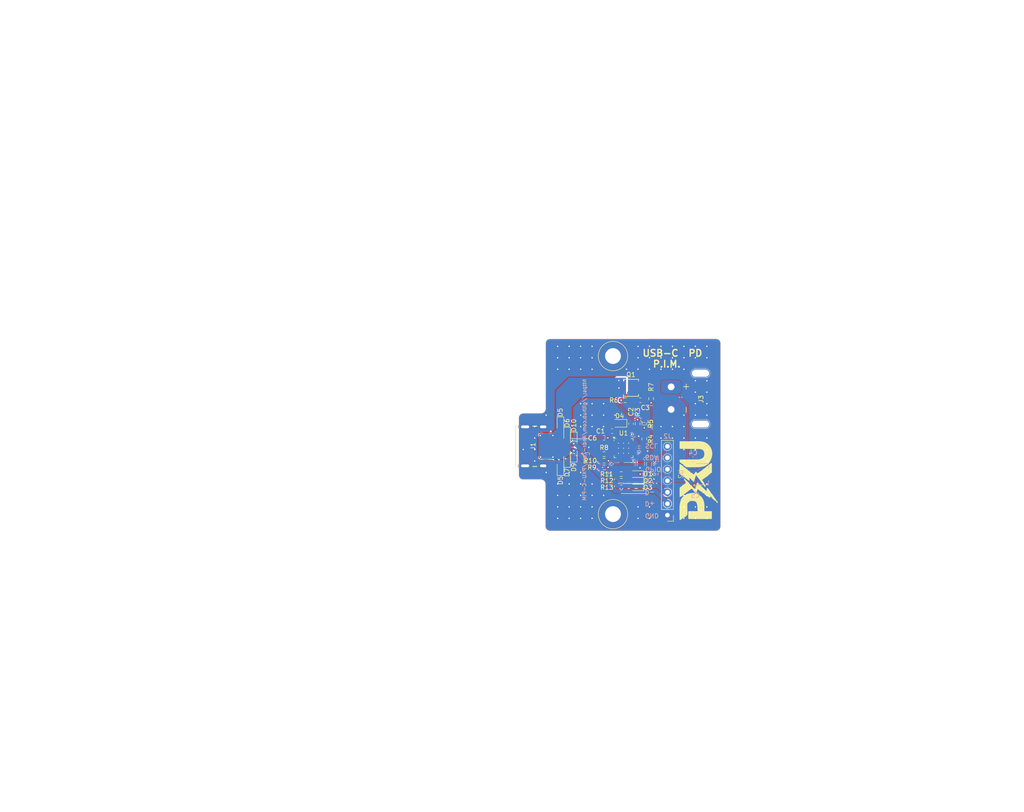
<source format=kicad_pcb>
(kicad_pcb (version 20241229) (generator "pcbnew") (generator_version "9.0")
  (layers (0 "F.Cu" signal) (2 "B.Cu" signal) (13 "F.Paste" user) (15 "B.Paste" user) (5 "F.SilkS" user "F.Silkscreen") (7 "B.SilkS" user "B.Silkscreen") (1 "F.Mask" user) (3 "B.Mask" user) (25 "Edge.Cuts" user))
  (net 0 "")
  (net 1 "GND")
  (net 2 "Net-(U1-VREG_1V2)")
  (net 3 "Net-(C3-Pad2)")
  (net 4 "VSNK")
  (net 5 "VIN")
  (net 6 "/CC1")
  (net 7 "/CC2")
  (net 8 "/D+")
  (net 9 "/D-")
  (net 10 "/GPIO")
  (net 11 "Net-(Q1-G)")
  (net 12 "Net-(U1-VBUS_EN_SNK)")
  (net 13 "VDD")
  (net 14 "Net-(U1-VBUS_VS_DISCH)")
  (net 15 "Net-(U1-DISCH)")
  (net 16 "Net-(U1-RESET)")
  (net 17 "Net-(U1-SDA)")
  (net 18 "Net-(U1-SCL)")
  (net 19 "Net-(D1-A)")
  (net 23 "/POWER_PDO2")
  (net 26 "/POWER_PDO3")
  (net 27 "Net-(D4-A)")
  (net 28 "Net-(D2-A)")
  (net 29 "Net-(D3-A)")
  (net 30 "5vReg")
  (footprint "Diode_SMD:D_SOD-323" (layer "F.Cu") (at 137.1346 93.451301 180)
    (property "Reference" "D4")
    (property "Value" "BAT60A")
  )
  (footprint "Capacitor_SMD:C_0603_1608Metric_Pad1.08x0.95mm_HandSolder" (layer "F.Cu") (at 133.680542 96.674103 180)
    (property "Reference" "C6")
    (property "Value" "1uF 25v")
  )
  (footprint "LED_SMD:LED_0603_1608Metric_Pad1.05x0.95mm_HandSolder" (layer "F.Cu") (at 140.7922 104.70758 180)
    (property "Reference" "D1")
    (property "Value" "RED")
  )
  (footprint "LED_SMD:LED_0603_1608Metric_Pad1.05x0.95mm_HandSolder" (layer "F.Cu") (at 140.808628 106.172 180)
    (property "Reference" "D2")
    (property "Value" "Green")
  )
  (footprint "LED_SMD:LED_0603_1608Metric_Pad1.05x0.95mm_HandSolder" (layer "F.Cu") (at 140.809373 107.64371 180)
    (property "Reference" "D3")
    (property "Value" "Yellow")
  )
  (footprint "Resistor_SMD:R_0603_1608Metric_Pad0.98x0.95mm_HandSolder" (layer "F.Cu") (at 133.705938 101.731703 180)
    (property "Reference" "R10")
    (property "Value" "4.7k")
  )
  (footprint "Capacitor_SMD:C_0603_1608Metric_Pad1.08x0.95mm_HandSolder" (layer "F.Cu") (at 141.7066 88.3412 180)
    (property "Reference" "C3")
    (property "Value" "1uF 25v")
  )
  (footprint "footprints:POWERFLAT_3P3X3P3_STM" (layer "F.Cu") (at 139.6492 85.598)
    (property "Reference" "Q1")
    (property "Value" "9A/30V/15mΩ")
  )
  (footprint "Resistor_SMD:R_0603_1608Metric_Pad0.98x0.95mm_HandSolder" (layer "F.Cu") (at 137.510719 107.645202 180)
    (property "Reference" "R13")
    (property "Value" "1k")
  )
  (footprint "Resistor_SMD:R_0603_1608Metric_Pad0.98x0.95mm_HandSolder" (layer "F.Cu") (at 133.70594 103.204897 180)
    (property "Reference" "R9")
    (property "Value" "4.7k")
  )
  (footprint "TestPoint:TestPoint_THTPad_D4.0mm_Drill2.0mm" (layer "F.Cu") (at 135.6749 113.5587)
    (property "Reference" "REF**" (hide yes))
    (property "Value" "TestPoint_THTPad_D4.0mm_Drill2.0mm")
  )
  (footprint "Resistor_SMD:R_0603_1608Metric_Pad0.98x0.95mm_HandSolder" (layer "F.Cu") (at 137.512626 106.171999 180)
    (property "Reference" "R12")
    (property "Value" "1k")
  )
  (footprint "Capacitor_SMD:C_0603_1608Metric_Pad1.08x0.95mm_HandSolder" (layer "F.Cu") (at 139.649533 93.552903 90)
    (property "Reference" "C2")
    (property "Value" "1uF 25v")
  )
  (footprint "Capacitor_SMD:C_0603_1608Metric_Pad1.08x0.95mm_HandSolder" (layer "F.Cu") (at 135.471536 95.178502 180)
    (property "Reference" "C1")
    (property "Value" "1uF 25v")
  )
  (footprint "Diode_SMD:D_0603_1608Metric_Pad1.05x0.95mm_HandSolder" (layer "F.Cu") (at 124.05 93.7 -90)
    (property "Reference" "D5")
    (property "Value" "24V")
  )
  (footprint "TestPoint:TestPoint_THTPad_D4.0mm_Drill2.0mm" (layer "F.Cu") (at 135.6749 78.5587)
    (property "Reference" "REF**" (hide yes))
    (property "Value" "TestPoint_THTPad_D4.0mm_Drill2.0mm")
  )
  (footprint "Diode_SMD:D_0603_1608Metric_Pad1.05x0.95mm_HandSolder" (layer "F.Cu") (at 124.05 103.35 90)
    (property "Reference" "D5")
    (property "Value" "24V")
  )
  (footprint "Resistor_SMD:R_0603_1608Metric_Pad0.98x0.95mm_HandSolder" (layer "F.Cu") (at 142.604289 96.897351 90)
    (property "Reference" "R4")
    (property "Value" "22k")
  )
  (footprint "footprints:GCT_USB4215-03-A_REVA" (layer "F.Cu") (at 116.225 98.550001 -90)
    (property "Reference" "J1")
    (property "Value" "USB4215-03-A_REVA")
    (fp_line (start -4.019999 0.600002) (end -4.019999 -0.599999) (stroke (width 0.01)) (layer "Edge.Cuts"))
    (fp_line (start 4.619998 0.599999) (end 4.620001 -0.600002) (stroke (width 0.01)) (layer "Edge.Cuts"))
    (fp_line (start -4.619998 -0.599999) (end -4.620001 0.600002) (stroke (width 0.01)) (layer "Edge.Cuts"))
    (fp_line (start 4.019999 -0.600002) (end 4.019999 0.599999) (stroke (width 0.01)) (layer "Edge.Cuts"))
    (fp_arc (start -4.320001 0.9) (mid -4.532132 0.812132) (end -4.620001 0.600002) (stroke (width 0.01)) (layer "Edge.Cuts"))
    (fp_arc (start 4.319998 0.899999) (mid 4.107868 0.81213) (end 4.019999 0.599999) (stroke (width 0.01)) (layer "Edge.Cuts"))
    (fp_arc (start -4.019999 0.600002) (mid -4.107868 0.812134) (end -4.320001 0.9) (stroke (width 0.01)) (layer "Edge.Cuts"))
    (fp_arc (start 4.619998 0.599999) (mid 4.53213 0.812131) (end 4.319998 0.899999) (stroke (width 0.01)) (layer "Edge.Cuts"))
    (fp_arc (start -4.619998 -0.599999) (mid -4.53213 -0.812131) (end -4.319998 -0.899999) (stroke (width 0.01)) (layer "Edge.Cuts"))
    (fp_arc (start 4.019999 -0.600002) (mid 4.107868 -0.812134) (end 4.320001 -0.9) (stroke (width 0.01)) (layer "Edge.Cuts"))
    (fp_arc (start -4.319998 -0.899999) (mid -4.107868 -0.81213) (end -4.019999 -0.599999) (stroke (width 0.01)) (layer "Edge.Cuts"))
    (fp_arc (start 4.320001 -0.9) (mid 4.532132 -0.812132) (end 4.620001 -0.600002) (stroke (width 0.01)) (layer "Edge.Cuts"))
  )
  (footprint "Resistor_SMD:R_0603_1608Metric_Pad0.98x0.95mm_HandSolder" (layer "F.Cu") (at 133.7056 100.274093)
    (property "Reference" "R8")
    (property "Value" "100k")
  )
  (footprint "Resistor_SMD:R_0603_1608Metric_Pad0.98x0.95mm_HandSolder" (layer "F.Cu") (at 144.1196 87.9856 -90)
    (property "Reference" "R7")
    (property "Value" "1k")
  )
  (footprint "Resistor_SMD:R_0603_1608Metric_Pad0.98x0.95mm_HandSolder" (layer "F.Cu") (at 138.404602 88.341199)
    (property "Reference" "R6")
    (property "Value" "100r")
  )
  (footprint "Diode_SMD:D_0603_1608Metric_Pad1.05x0.95mm_HandSolder" (layer "F.Cu") (at 127 97.0788 -90)
    (property "Reference" "D10")
    (property "Value" "24V")
  )
  (footprint "Package_DFN_QFN:QFN-24-1EP_4x4mm_P0.5mm_EP2.75x2.75mm_ThermalVias" (layer "F.Cu") (at 138.0162 98.9658)
    (property "Reference" "U1")
    (property "Value" "STUSB4500")
  )
  (footprint "Connector_PinHeader_2.54mm:PinHeader_1x07_P2.54mm_Vertical" (layer "F.Cu") (at 147.726399 113.796997 180)
    (property "Reference" "J2")
    (property "Value" "CONN_07NO_SILK")
  )
  (footprint "Diode_SMD:D_0603_1608Metric_Pad1.05x0.95mm_HandSolder" (layer "F.Cu") (at 127 100.3808 90)
    (property "Reference" "D9")
    (property "Value" "24V")
  )
  (footprint "Resistor_SMD:R_0603_1608Metric_Pad0.98x0.95mm_HandSolder" (layer "F.Cu") (at 142.599014 93.559526 90)
    (property "Reference" "R5")
    (property "Value" "100k")
  )
  (footprint "Resistor_SMD:R_0603_1608Metric_Pad0.98x0.95mm_HandSolder" (layer "F.Cu") (at 137.495229 104.698804 180)
    (property "Reference" "R11")
    (property "Value" "1k")
  )
  (footprint "Diode_SMD:D_0603_1608Metric_Pad1.05x0.95mm_HandSolder" (layer "F.Cu") (at 125.5268 96.012 -90)
    (property "Reference" "D6")
    (property "Value" "24V")
  )
  (footprint "Resistor_SMD:R_0603_1608Metric_Pad0.98x0.95mm_HandSolder" (layer "F.Cu") (at 141.1224 93.552897 90)
    (property "Reference" "R3")
    (property "Value" "1k")
  )
  (footprint "Diode_SMD:D_0603_1608Metric_Pad1.05x0.95mm_HandSolder" (layer "F.Cu") (at 125.5268 101.5492 90)
    (property "Reference" "D7")
    (property "Value" "24V")
  )
  (footprint "Capacitor_SMD:C_0603_1608Metric_Pad1.08x0.95mm_HandSolder" (layer "B.Cu") (at 153.916525 108.017581)
    (property "Reference" "C5")
    (property "Value" "1uF 25v")
  )
  (footprint "Connector_AMASS:AMASS_XT30PW-M_1x02_P2.50mm_Horizontal" (layer "B.Cu") (at 147.5404 85.384 90)
    (property "Reference" "J3")
    (property "Value" "Conn_01x02_Pin")
  )
  (footprint "Package_TO_SOT_SMD:SOT-89-3_Handsoldering" (layer "B.Cu") (at 155.466527 104.730078)
    (property "Reference" "U2")
    (property "Value" "AP7375Q-50Y-13")
  )
  (footprint "Capacitor_SMD:C_0603_1608Metric_Pad1.08x0.95mm_HandSolder" (layer "B.Cu") (at 153.3906 101.4476)
    (property "Reference" "C4")
    (property "Value" "1uF 25v")
  )
  (gr_line (start 141.609922 86.693476) (end 140.65992 86.693477) (stroke (width 0.2)) (layer "F.Cu") (net 4))
  (gr_line (start 141.405422 84.82511) (end 141.405427 86.47511) (stroke (width 0.6)) (layer "F.Cu") (net 4))
  (gr_poly (pts (xy 150.551623 107.69018) (xy 150.551622 107.557891) (xy 150.882353 107.425597) (xy 150.882349 107.293305) (xy 150.950467 107.245335) (xy 151.018888 107.198113) (xy 151.156682 107.10562) (xy 151.295869 107.015243) (xy 151.436582 106.9264) (xy 151.480815 106.898276) (xy 151.516158 106.875381) (xy 151.546203 106.855039) (xy 151.560357 106.84499) (xy 151.574529 106.834579) (xy 151.604709 106.811319) (xy 151.640336 106.782589) (xy 151.684991 106.745703) (xy 151.742243 106.697988) (xy 151.741182 106.604873) (xy 151.739605 106.564909) (xy 151.73712 106.528572) (xy 151.733563 106.495282) (xy 151.728764 106.464463) (xy 151.722567 106.435529) (xy 151.714802 106.407904) (xy 151.705317 106.381019) (xy 151.693938 106.354282) (xy 151.680511 106.327123) (xy 151.664864 106.29896) (xy 151.646845 106.269214) (xy 151.626283 106.237306) (xy 151.576881 106.164689) (xy 151.5223 106.085267) (xy 151.500211 106.052293) (xy 151.481281 106.022907) (xy 151.465255 105.996438) (xy 151.451891 105.972216) (xy 151.440952 105.949576) (xy 151.432191 105.927842) (xy 151.425366 105.906336) (xy 151.420237 105.884383) (xy 151.416562 105.861326) (xy 151.414103 105.836481) (xy 151.412604 105.80918) (xy 151.411841 105.778744) (xy 151.411517 105.705808) (xy 151.543804 105.705805) (xy 151.543811 105.838096) (xy 151.6761 105.838096) (xy 151.676099 105.970387) (xy 151.808395 105.970389) (xy 151.808392 106.102679) (xy 151.925184 106.154355) (xy 151.954542 106.170802) (xy 151.982802 106.187493) (xy 152.010069 106.204464) (xy 152.036438 106.22175) (xy 152.062017 106.239384) (xy 152.086911 106.257404) (xy 152.111223 106.275846) (xy 152.135061 106.294743) (xy 152.158522 106.314128) (xy 152.181713 106.334035) (xy 152.2277 106.375573) (xy 152.273863 106.419627) (xy 152.321024 106.466482) (xy 152.444012 106.588437) (xy 152.474372 106.624859) (xy 152.48666 106.640099) (xy 152.497189 106.653843) (xy 152.506105 106.666429) (xy 152.513539 106.678222) (xy 152.516743 106.683929) (xy 152.519626 106.689571) (xy 152.522206 106.695192) (xy 152.524497 106.700835) (xy 152.526523 106.706546) (xy 152.528294 106.712359) (xy 152.529831 106.718336) (xy 152.531147 106.724512) (xy 152.53226 106.730935) (xy 152.533191 106.737636) (xy 152.53456 106.75209) (xy 152.535389 106.768227) (xy 152.535818 106.786403) (xy 152.535996 106.830284) (xy 152.668285 106.830285) (xy 152.668292 106.962573) (xy 152.800582 106.962577) (xy 152.800579 107.094864) (xy 152.920469 107.148608) (xy 152.947 107.163275) (xy 152.97242 107.177883) (xy 152.996835 107.192526) (xy 153.020322 107.207291) (xy 153.042986 107.222268) (xy 153.064908 107.237539) (xy 153.086179 107.253186) (xy 153.106898 107.26931) (xy 153.127154 107.285986) (xy 153.147036 107.303308) (xy 153.166633 107.321354) (xy 153.186043 107.340226) (xy 153.20535 107.359995) (xy 153.224655 107.380754) (xy 153.244038 107.402594) (xy 153.2636 107.425595) (xy 153.263599 107.557887) (xy 153.395887 107.557888) (xy 153.395892 107.690179) (xy 153.528182 107.690179) (xy 153.528182 107.822472) (xy 153.660476 107.822469) (xy 153.724038 107.881381) (xy 153.746517 107.902699) (xy 153.765895 107.92169) (xy 153.784501 107.940681) (xy 153.80465 107.961997) (xy 153.858914 108.020906) (xy 153.91082 107.868656) (xy 153.959994 107.716433) (xy 154.006598 107.564013) (xy 154.050782 107.411169) (xy 154.092704 107.257677) (xy 154.132517 107.1033) (xy 154.170381 106.947823) (xy 154.206434 106.791007) (xy 154.255787 106.631848) (xy 154.388078 106.565702) (xy 154.556978 106.710409) (xy 154.722801 106.858049) (xy 154.885984 107.008249) (xy 155.046981 107.160657) (xy 155.206227 107.314919) (xy 155.364172 107.470676) (xy 155.677922 107.785261) (xy 155.881011 107.989252) (xy 156.372457 108.483926) (xy 156.438599 107.75633) (xy 156.537213 107.805876) (xy 156.612989 107.845483) (xy 156.643907 107.86281) (xy 156.671032 107.879159) (xy 156.694997 107.895037) (xy 156.716442 107.910945) (xy 156.736002 107.927373) (xy 156.754313 107.944841) (xy 156.772018 107.963842) (xy 156.789754 107.984879) (xy 156.808149 108.008454) (xy 156.827852 108.035078) (xy 156.87371 108.099458) (xy 156.961563 108.222963) (xy 157.050453 108.351638) (xy 157.142432 108.480311) (xy 157.215781 108.584951) (xy 157.270897 108.665421) (xy 157.292434 108.698302) (xy 157.310391 108.727192) (xy 157.325094 108.752769) (xy 157.336868 108.775729) (xy 157.346037 108.796747) (xy 157.352923 108.816507) (xy 157.357861 108.835696) (xy 157.361169 108.854988) (xy 157.363176 108.875082) (xy 157.364206 108.896651) (xy 157.364641 108.946949) (xy 157.496934 108.946951) (xy 157.528934 108.990314) (xy 157.560435 109.034055) (xy 157.591468 109.078131) (xy 157.62207 109.122514) (xy 157.68211 109.212076) (xy 157.740846 109.302485) (xy 157.902588 109.548444) (xy 158.067304 109.791829) (xy 158.235188 110.033034) (xy 158.406438 110.272448) (xy 158.433731 110.315521) (xy 158.444772 110.333459) (xy 158.454238 110.349506) (xy 158.46225 110.364047) (xy 158.468933 110.377465) (xy 158.474407 110.390152) (xy 158.478788 110.402483) (xy 158.482197 110.414842) (xy 158.48476 110.427615) (xy 158.486596 110.44119) (xy 158.48783 110.455941) (xy 158.488576 110.47226) (xy 158.488961 110.490531) (xy 158.489123 110.534448) (xy 158.621413 110.534449) (xy 158.669406 110.596271) (xy 158.706936 110.645298) (xy 158.737104 110.686182) (xy 158.750393 110.70503) (xy 158.763011 110.723586) (xy 158.775327 110.742432) (xy 158.787744 110.762148) (xy 158.814422 110.806526) (xy 158.846138 110.86137) (xy 158.885999 110.931326) (xy 158.819849 111.129767) (xy 158.741301 111.075502) (xy 158.712879 111.055351) (xy 158.687557 111.036746) (xy 158.662237 111.017366) (xy 158.63381 110.994886) (xy 158.555265 110.931327) (xy 158.555264 110.799034) (xy 158.422976 110.799034) (xy 158.422976 110.666739) (xy 158.308253 110.615066) (xy 158.277948 110.598378) (xy 158.248433 110.581366) (xy 158.219633 110.564017) (xy 158.191473 110.546319) (xy 158.163885 110.528261) (xy 158.136791 110.509833) (xy 158.083806 110.471827) (xy 158.03194 110.43222) (xy 157.980617 110.390924) (xy 157.929254 110.34786) (xy 157.877273 110.302942) (xy 157.735679 110.180984) (xy 157.700538 110.144562) (xy 157.686328 110.129319) (xy 157.674138 110.115579) (xy 157.66382 110.10299) (xy 157.659312 110.097017) (xy 157.655214 110.091201) (xy 157.651507 110.085491) (xy 157.648171 110.079849) (xy 157.645184 110.074233) (xy 157.642533 110.068588) (xy 157.640189 110.06288) (xy 157.638138 110.05706) (xy 157.636363 110.051083) (xy 157.634836 110.044908) (xy 157.633549 110.038492) (xy 157.632473 110.031785) (xy 157.630888 110.017331) (xy 157.629928 110.001194) (xy 157.629429 109.98302) (xy 157.629225 109.939139) (xy 157.496936 109.939134) (xy 157.49693 109.806846) (xy 157.232349 109.674557) (xy 157.166203 109.939139) (xy 156.967766 109.93914) (xy 156.967765 109.806845) (xy 156.824363 109.75517) (xy 156.751437 109.722288) (xy 156.681275 109.687743) (xy 156.613296 109.651489) (xy 156.54691 109.613483) (xy 156.481537 109.57368) (xy 156.41659 109.532034) (xy 156.351483 109.488505) (xy 156.285639 109.443045) (xy 156.108647 109.321088) (xy 155.975575 109.211531) (xy 155.975582 109.079243) (xy 155.822621 109.021363) (xy 155.763553 108.996544) (xy 155.716744 108.976277) (xy 155.696559 108.96709) (xy 155.677785 108.95814) (xy 155.659871 108.949114) (xy 155.642265 108.939718) (xy 155.624419 108.929638) (xy 155.605777 108.918578) (xy 155.563912 108.892306) (xy 155.512261 108.858469) (xy 155.446412 108.814657) (xy 155.446413 108.682369) (xy 155.303013 108.633276) (xy 155.242769 108.605026) (xy 155.184179 108.574675) (xy 155.127094 108.542389) (xy 155.071361 108.508334) (xy 155.016839 108.472665) (xy 154.963373 108.435557) (xy 154.910809 108.397159) (xy 154.859022 108.357649) (xy 154.757114 108.275921) (xy 154.656473 108.191681) (xy 154.45423 108.020906) (xy 154.123496 108.880805) (xy 154.072873 108.867768) (xy 154.027259 108.855128) (xy 153.986109 108.842583) (xy 153.948886 108.829842) (xy 153.915045 108.816604) (xy 153.884042 108.802578) (xy 153.855335 108.787478) (xy 153.828386 108.770996) (xy 153.802652 108.752847) (xy 153.777581 108.732721) (xy 153.752641 108.71034) (xy 153.727285 108.685404) (xy 153.700971 108.657618) (xy 153.67316 108.62669) (xy 153.610866 108.554208) (xy 153.487874 108.411841) (xy 153.457516 108.369876) (xy 153.445227 108.352393) (xy 153.434698 108.336727) (xy 153.425784 108.322509) (xy 153.418349 108.309362) (xy 153.412262 108.296898) (xy 153.409682 108.290809) (xy 153.407391 108.284751) (xy 153.405366 108.278668) (xy 153.403595 108.272528) (xy 153.400742 108.259856) (xy 153.398699 108.24636) (xy 153.397327 108.231654) (xy 153.396498 108.215367) (xy 153.39607 108.197113) (xy 153.395888 108.153202) (xy 153.2636 108.1532) (xy 153.263603 108.020907) (xy 153.131307 108.020912) (xy 153.131309 107.888618) (xy 152.888277 108.063441) (xy 152.646312 108.239549) (xy 152.406163 108.418086) (xy 152.168576 108.600201) (xy 152.051452 108.691571) (xy 151.937738 108.780987) (xy 151.824364 108.870824) (xy 151.736243 108.939617) (xy 151.668232 108.991315) (xy 151.640254 109.011514) (xy 151.615489 109.028355) (xy 151.593333 109.042145) (xy 151.573178 109.053191) (xy 151.554425 109.061791) (xy 151.536467 109.06825) (xy 151.518699 109.072882) (xy 151.500514 109.075984) (xy 151.481305 109.077864) (xy 151.460472 109.078834) (xy 151.411516 109.079247) (xy 151.411515 109.211532) (xy 151.331823 109.276778) (xy 151.301604 109.300772) (xy 151.272962 109.322639) (xy 151.24226 109.345086) (xy 151.20586 109.370828) (xy 151.101458 109.443044) (xy 150.927051 109.565005) (xy 150.867987 109.601418) (xy 150.819558 109.630402) (xy 150.797478 109.642991) (xy 150.775829 109.654785) (xy 150.753864 109.666136) (xy 150.730841 109.677396) (xy 150.706018 109.688926) (xy 150.678648 109.701073) (xy 150.613299 109.728652) (xy 150.528839 109.762965) (xy 150.419329 109.806846) (xy 150.419329 107.690178)) (stroke (width -0.000001)) (fill yes) (layer "F.SilkS"))
  (gr_poly (pts (xy 150.617767 102.530807) (xy 150.551621 102.663099) (xy 150.544641 102.774756) (xy 150.538959 102.88649) (xy 150.53437 102.998277) (xy 150.530693 103.110098) (xy 150.526527 103.243003) (xy 150.514415 103.663552) (xy 150.50576 103.948549) (xy 150.485475 104.647472) (xy 150.41933 104.647471) (xy 150.419334 102.530801)) (stroke (width -0.000001)) (fill yes) (layer "F.SilkS"))
  (gr_poly (pts (xy 150.399701 112.236227) (xy 150.406963 111.971906) (xy 150.422287 111.70975) (xy 150.433808 111.579236) (xy 150.448352 111.448966) (xy 150.466251 111.31883) (xy 150.487837 111.188734) (xy 150.513448 111.058579) (xy 150.543414 110.928266) (xy 150.578077 110.797684) (xy 150.617767 110.666745) (xy 150.658302 110.514573) (xy 150.688517 110.417254) (xy 150.72551 110.322015) (xy 150.768837 110.22899) (xy 150.818055 110.138314) (xy 150.872735 110.050117) (xy 150.932434 109.96453) (xy 150.996711 109.881692) (xy 151.065144 109.801734) (xy 151.137273 109.724792) (xy 151.212671 109.650995) (xy 151.290904 109.580482) (xy 151.371524 109.513384) (xy 151.454101 109.449832) (xy 151.538193 109.389967) (xy 151.623364 109.333917) (xy 151.709172 109.281815) (xy 151.850957 109.212057) (xy 151.994309 109.149832) (xy 152.139115 109.095011) (xy 152.28529 109.047471) (xy 152.432722 109.007091) (xy 152.581304 108.973754) (xy 152.730946 108.947333) (xy 152.881534 108.927697) (xy 153.032978 108.914732) (xy 153.185163 108.908318) (xy 153.337996 108.908326) (xy 153.491369 108.914637) (xy 153.645186 108.927127) (xy 153.799342 108.945668) (xy 153.953729 108.970148) (xy 154.10825 109.000435) (xy 154.233152 109.046043) (xy 154.353762 109.095804) (xy 154.470117 109.149802) (xy 154.582255 109.20812) (xy 154.690205 109.270829) (xy 154.794014 109.338015) (xy 154.893707 109.409765) (xy 154.989324 109.486154) (xy 155.0809 109.56726) (xy 155.168468 109.653169) (xy 155.252071 109.743965) (xy 155.331739 109.839721) (xy 155.407507 109.940518) (xy 155.479416 110.046446) (xy 155.54749 110.157579) (xy 155.611773 110.273999) (xy 155.662837 110.387768) (xy 155.708101 110.500109) (xy 155.747897 110.611321) (xy 155.782565 110.721705) (xy 155.812422 110.831545) (xy 155.8378 110.941149) (xy 155.859027 111.050805) (xy 155.876439 111.160811) (xy 155.89036 111.271459) (xy 155.901118 111.383049) (xy 155.909041 111.495871) (xy 155.914466 111.610231) (xy 155.919117 111.844722) (xy 155.917701 112.088881) (xy 155.915894 112.330205) (xy 155.909431 112.915698) (xy 157.56308 112.915698) (xy 157.563081 114.635491) (xy 155.548411 114.63892) (xy 154.613016 114.64048) (xy 153.711082 114.641768) (xy 153.36619 114.642484) (xy 152.884829 114.643) (xy 152.739352 114.64372) (xy 152.63091 114.643349) (xy 152.548518 114.642174) (xy 152.515619 114.64101) (xy 152.487466 114.639315) (xy 152.463476 114.636985) (xy 152.44305 114.633912) (xy 152.425609 114.629981) (xy 152.410564 114.625077) (xy 152.397318 114.619111) (xy 152.385287 114.61196) (xy 152.373886 114.603515) (xy 152.362522 114.593673) (xy 152.337561 114.569344) (xy 152.333431 114.481563) (xy 152.33075 114.393715) (xy 152.329277 114.305832) (xy 152.328778 114.217945) (xy 152.328514 114.002456) (xy 152.329292 113.775596) (xy 152.328514 113.548736) (xy 152.328776 113.333244) (xy 152.329002 113.134034) (xy 152.331953 113.083669) (xy 152.333405 113.063041) (xy 152.334981 113.045016) (xy 152.336798 113.029282) (xy 152.338961 113.015512) (xy 152.341573 113.003392) (xy 152.344755 112.9926) (xy 152.348614 112.982822) (xy 152.353258 112.973722) (xy 152.358792 112.964999) (xy 152.365332 112.956318) (xy 152.372982 112.947371) (xy 152.381856 112.937832) (xy 152.403704 112.915701) (xy 152.513794 112.912155) (xy 152.623935 112.910058) (xy 152.734091 112.909174) (xy 152.844246 112.90924) (xy 152.977433 112.909524) (xy 153.400024 112.911565) (xy 153.685927 112.912471) (xy 154.388079 112.915696) (xy 154.378631 112.58701) (xy 154.367412 112.258371) (xy 154.362887 112.072728) (xy 154.354316 111.921255) (xy 154.340303 111.774601) (xy 154.331146 111.702724) (xy 154.32051 111.631627) (xy 154.308347 111.561151) (xy 154.294616 111.491162) (xy 154.279281 111.421514) (xy 154.262293 111.352061) (xy 154.243624 111.282655) (xy 154.223223 111.213157) (xy 154.201047 111.143419) (xy 154.177063 111.073298) (xy 154.151223 111.00265) (xy 154.123498 110.931324) (xy 153.991206 110.931326) (xy 153.991204 110.799033) (xy 153.919137 110.768947) (xy 153.846797 110.742515) (xy 153.774169 110.719585) (xy 153.701244 110.699992) (xy 153.628023 110.683575) (xy 153.554489 110.670169) (xy 153.480641 110.65962) (xy 153.40647 110.651769) (xy 153.331971 110.646451) (xy 153.257131 110.643511) (xy 153.181947 110.64278) (xy 153.106408 110.644105) (xy 153.030512 110.647326) (xy 152.954245 110.652277) (xy 152.80058 110.666741) (xy 152.746363 110.693897) (xy 152.694513 110.721965) (xy 152.644893 110.751037) (xy 152.597361 110.781197) (xy 152.551779 110.812549) (xy 152.508007 110.845173) (xy 152.465901 110.879171) (xy 152.425332 110.914631) (xy 152.386155 110.951647) (xy 152.348222 110.990312) (xy 152.311406 111.030715) (xy 152.275561 111.072952) (xy 152.240552 111.117108) (xy 152.20623 111.163286) (xy 152.17247 111.211569) (xy 152.139123 111.262056) (xy 152.133108 111.334439) (xy 152.128395 111.40504) (xy 152.124975 111.474432) (xy 152.122829 111.543186) (xy 152.121944 111.611871) (xy 152.12231 111.681066) (xy 152.123904 111.751339) (xy 152.126721 111.82326) (xy 152.131111 112.155544) (xy 152.137317 112.41529) (xy 152.141489 112.545112) (xy 152.146579 112.67495) (xy 152.158482 112.986283) (xy 152.16511 113.223565) (xy 152.165885 113.318882) (xy 152.164676 113.401025) (xy 152.161252 113.471766) (xy 152.155397 113.53289) (xy 152.146882 113.586167) (xy 152.135487 113.633375) (xy 152.120983 113.676307) (xy 152.103151 113.716727) (xy 152.081769 113.756413) (xy 152.056611 113.79715) (xy 151.994072 113.88888) (xy 151.954669 113.927747) (xy 151.914589 113.965143) (xy 151.87382 114.001134) (xy 151.832361 114.035781) (xy 151.790204 114.069156) (xy 151.747353 114.101327) (xy 151.703792 114.132348) (xy 151.659524 114.16229) (xy 151.614539 114.191225) (xy 151.568833 114.219209) (xy 151.522403 114.246315) (xy 151.475246 114.272606) (xy 151.427355 114.298137) (xy 151.378724 114.322991) (xy 151.279229 114.370909) (xy 151.146936 114.370909) (xy 151.146934 114.503199) (xy 151.060375 114.562526) (xy 151.027756 114.584231) (xy 150.997073 114.603841) (xy 150.964451 114.623791) (xy 150.926015 114.646505) (xy 150.816205 114.709907) (xy 150.630167 114.81791) (xy 150.485476 114.900076) (xy 150.475959 114.890147) (xy 150.467208 114.880181) (xy 150.459188 114.870172) (xy 150.451876 114.860109) (xy 150.445234 114.849991) (xy 150.439238 114.839816) (xy 150.433854 114.829574) (xy 150.429047 114.81926) (xy 150.424798 114.808869) (xy 150.421061 114.798397) (xy 150.41782 114.787839) (xy 150.415035 114.777185) (xy 150.410722 114.755582) (xy 150.407879 114.733544) (xy 150.406259 114.711028) (xy 150.405619 114.687992) (xy 150.405716 114.664394) (xy 150.406306 114.640192) (xy 150.407974 114.589798) (xy 150.408566 114.563522) (xy 150.408669 114.536463) (xy 150.406747 114.344242) (xy 150.40589 114.13423) (xy 150.404751 113.91824) (xy 150.403439 113.463147) (xy 150.401595 113.118882) (xy 150.398659 112.774624)) (stroke (width -0.000001)) (fill yes) (layer "F.SilkS"))
  (gr_poly (pts (xy 151.78268 106.07503) (xy 151.863689 106.105779) (xy 151.896046 106.119215) (xy 151.92376 106.131874) (xy 151.947403 106.144148) (xy 151.967554 106.156423) (xy 151.984803 106.169082) (xy 151.999722 106.182521) (xy 152.0129 106.197116) (xy 152.024917 106.213266) (xy 152.03635 106.231355) (xy 152.047782 106.251768) (xy 152.072975 106.301117) (xy 152.007087 106.322818) (xy 151.979663 106.331347) (xy 151.955153 106.338325) (xy 151.932969 106.343749) (xy 151.912519 106.347626) (xy 151.893236 106.349951) (xy 151.874541 106.350725) (xy 151.855838 106.349954) (xy 151.836555 106.347623) (xy 151.816108 106.34375) (xy 151.793925 106.338323) (xy 151.769408 106.331347) (xy 151.741988 106.322819) (xy 151.676101 106.301118) (xy 151.6761 106.036535)) (stroke (width -0.000001)) (fill yes) (layer "F.SilkS"))
  (gr_poly (pts (xy 150.358496 103.899987) (xy 150.364048 103.790152) (xy 150.377988 103.5602) (xy 150.382739 103.410412) (xy 150.38703 103.260604) (xy 150.39322 103.078054) (xy 150.400779 102.895608) (xy 150.40954 102.713206) (xy 150.419334 102.530801) (xy 150.46462 102.53173) (xy 150.506458 102.534499) (xy 150.545261 102.539079) (xy 150.581435 102.545458) (xy 150.615396 102.553609) (xy 150.647556 102.56351) (xy 150.678327 102.57514) (xy 150.708126 102.58848) (xy 150.737359 102.603503) (xy 150.766441 102.620195) (xy 150.795787 102.638524) (xy 150.825808 102.658475) (xy 150.960899 102.754046) (xy 151.141506 102.87962) (xy 151.279228 102.993828) (xy 151.279224 103.126118) (xy 151.420043 103.172109) (xy 151.461896 103.191883) (xy 151.502542 103.212565) (xy 151.542091 103.234134) (xy 151.580641 103.256553) (xy 151.618296 103.279787) (xy 151.655162 103.303813) (xy 151.691334 103.328608) (xy 151.72692 103.354126) (xy 151.796733 103.407227) (xy 151.865419 103.46288) (xy 151.933802 103.520841) (xy 152.002695 103.580868) (xy 152.153266 103.710085) (xy 152.22914 103.77317) (xy 152.305831 103.83497) (xy 152.383661 103.895266) (xy 152.462956 103.953855) (xy 152.544029 104.010532) (xy 152.627203 104.065081) (xy 152.80058 104.184452) (xy 152.800578 104.316743) (xy 152.953541 104.37462) (xy 153.012609 104.399442) (xy 153.059414 104.41971) (xy 153.079598 104.428889) (xy 153.098373 104.437844) (xy 153.116286 104.446868) (xy 153.133891 104.456267) (xy 153.15174 104.466348) (xy 153.17038 104.477406) (xy 153.212246 104.503679) (xy 153.2639 104.537515) (xy 153.329743 104.581327) (xy 153.329749 104.713615) (xy 153.594329 104.713616) (xy 153.633827 104.670222) (xy 153.664673 104.635576) (xy 153.677647 104.620442) (xy 153.689396 104.606185) (xy 153.70025 104.592367) (xy 153.710514 104.578558) (xy 153.720509 104.564315) (xy 153.730546 104.54921) (xy 153.740942 104.532802) (xy 153.752009 104.514653) (xy 153.777421 104.471399) (xy 153.809305 104.415961) (xy 153.913689 104.248527) (xy 153.991205 104.118303) (xy 154.144167 104.283669) (xy 154.197898 104.345646) (xy 154.220465 104.370633) (xy 154.240898 104.391942) (xy 154.250484 104.401295) (xy 154.259749 104.409819) (xy 154.268756 104.417544) (xy 154.277572 104.424499) (xy 154.286269 104.430717) (xy 154.294917 104.436232) (xy 154.303579 104.441066) (xy 154.31233 104.44526) (xy 154.321238 104.448828) (xy 154.330368 104.451818) (xy 154.339797 104.454247) (xy 154.349581 104.456152) (xy 154.359798 104.457561) (xy 154.370517 104.458507) (xy 154.381807 104.459014) (xy 154.393732 104.459122) (xy 154.419774 104.458238) (xy 154.449192 104.456105) (xy 154.520373 104.449034) (xy 154.566407 104.421903) (xy 154.602761 104.400148) (xy 154.632744 104.381509) (xy 154.659672 104.36372) (xy 154.686851 104.344515) (xy 154.717598 104.321632) (xy 154.755222 104.292802) (xy 154.803042 104.255764) (xy 154.968407 104.132774) (xy 155.14049 104.002551) (xy 155.311019 103.875425) (xy 155.478908 103.749262) (xy 155.645582 103.621994) (xy 155.81073 103.492769) (xy 155.892632 103.427155) (xy 155.97403 103.360728) (xy 156.018463 103.326956) (xy 156.036955 103.313293) (xy 156.053474 103.301575) (xy 156.068414 103.291654) (xy 156.082168 103.28339) (xy 156.09513 103.27662) (xy 156.10143 103.273749) (xy 156.107675 103.271202) (xy 156.113922 103.268947) (xy 156.120205 103.26698) (xy 156.126588 103.265269) (xy 156.133114 103.263804) (xy 156.146773 103.261533) (xy 156.161592 103.260008) (xy 156.177947 103.259086) (xy 156.19623 103.258607) (xy 156.240161 103.258409) (xy 156.240165 103.126118) (xy 156.350301 103.041639) (xy 156.461031 102.959393) (xy 156.572945 102.878864) (xy 156.686647 102.799523) (xy 156.937793 102.624081) (xy 157.058069 102.540916) (xy 157.091424 102.517161) (xy 157.124564 102.493127) (xy 157.190314 102.444304) (xy 157.255472 102.394688) (xy 157.320199 102.344512) (xy 157.356961 102.318672) (xy 157.372342 102.308215) (xy 157.3862 102.299253) (xy 157.398887 102.291666) (xy 157.410767 102.285335) (xy 157.422184 102.280157) (xy 157.427832 102.277959) (xy 157.433502 102.276007) (xy 157.439231 102.274286) (xy 157.445073 102.272775) (xy 157.451066 102.271471) (xy 157.457257 102.270351) (xy 157.470401 102.268613) (xy 157.484871 102.267442) (xy 157.501018 102.266736) (xy 157.519197 102.266374) (xy 157.563082 102.266224) (xy 157.563079 104.382888) (xy 157.232351 104.515181) (xy 157.232352 104.647476) (xy 156.901622 104.779766) (xy 156.90162 104.912058) (xy 156.795611 104.993431) (xy 156.689002 105.072541) (xy 156.581217 105.149957) (xy 156.471671 105.226246) (xy 156.216648 105.405047) (xy 156.091238 105.49251) (xy 155.981975 105.569605) (xy 155.873259 105.647401) (xy 155.765038 105.725883) (xy 155.657251 105.805022) (xy 155.536073 105.893908) (xy 155.503076 105.918896) (xy 155.489509 105.92952) (xy 155.477595 105.939303) (xy 155.467101 105.94856) (xy 155.4578 105.957589) (xy 155.44947 105.966693) (xy 155.44559 105.971375) (xy 155.441873 105.976189) (xy 155.438278 105.981172) (xy 155.434783 105.98637) (xy 155.42798 105.997548) (xy 155.421231 106.010031) (xy 155.414297 106.024121) (xy 155.406967 106.040122) (xy 155.399007 106.05835) (xy 155.380265 106.102678) (xy 155.512557 106.102679) (xy 155.623664 106.327214) (xy 155.768873 106.619444) (xy 155.841996 106.76737) (xy 155.91305 106.910125) (xy 155.978133 107.041334) (xy 156.001387 107.086577) (xy 156.020409 107.122797) (xy 156.037482 107.153723) (xy 156.046003 107.168369) (xy 156.054905 107.183088) (xy 156.074975 107.214614) (xy 156.099985 107.252028) (xy 156.132238 107.299067) (xy 156.174019 107.359446) (xy 156.107871 107.557889) (xy 156.060597 107.51347) (xy 156.014154 107.468277) (xy 155.968526 107.422322) (xy 155.923717 107.375624) (xy 155.879708 107.328205) (xy 155.836494 107.280081) (xy 155.794073 107.231269) (xy 155.752427 107.181794) (xy 155.671448 107.080904) (xy 155.593493 106.977572) (xy 155.518504 106.87193) (xy 155.446412 106.764141) (xy 155.446412 106.631845) (xy 155.314121 106.631848) (xy 155.2887 106.598558) (xy 155.268514 106.571789) (xy 155.251624 106.548672) (xy 155.236092 106.526362) (xy 155.219974 106.501988) (xy 155.201337 106.472698) (xy 155.148759 106.387933) (xy 155.061902 106.255846) (xy 154.972787 106.125783) (xy 154.881686 105.997415) (xy 154.788869 105.870417) (xy 154.599182 105.619242) (xy 154.405909 105.369651) (xy 154.317964 105.255869) (xy 154.230629 105.141615) (xy 154.057348 104.912052) (xy 153.59433 106.367265) (xy 153.395892 106.367261) (xy 153.395893 106.234972) (xy 153.263603 106.23497) (xy 153.263604 106.102679) (xy 153.131311 106.102683) (xy 153.131307 105.970383) (xy 152.999018 105.970388) (xy 152.999017 105.838097) (xy 152.866729 105.838097) (xy 152.866726 105.705805) (xy 152.734431 105.705805) (xy 152.734435 105.573513) (xy 152.602144 105.573508) (xy 152.603509 105.649899) (xy 152.607418 105.724929) (xy 152.613587 105.798998) (xy 152.621731 105.872503) (xy 152.631558 105.94584) (xy 152.642782 106.01941) (xy 152.668289 106.168824) (xy 152.583204 106.136391) (xy 152.501902 106.102244) (xy 152.423666 106.065956) (xy 152.385478 106.046868) (xy 152.347787 106.027094) (xy 152.31051 106.006564) (xy 152.273555 105.985229) (xy 152.236836 105.963035) (xy 152.200256 105.939932) (xy 152.127171 105.890772) (xy 152.053595 105.83732) (xy 151.894045 105.718337) (xy 151.729844 105.594185) (xy 151.408674 105.353629) (xy 151.2477 105.229138) (xy 151.192881 105.188248) (xy 151.149383 105.156412) (xy 151.130583 105.14311) (xy 151.113064 105.131129) (xy 151.096307 105.120159) (xy 151.07979 105.109889) (xy 151.062998 105.100001) (xy 151.045411 105.090185) (xy 151.026512 105.080125) (xy 151.005786 105.069513) (xy 150.956778 105.045362) (xy 150.894236 105.015228) (xy 150.837644 104.983097) (xy 150.785007 104.950098) (xy 150.736184 104.916243) (xy 150.691049 104.881519) (xy 150.649466 104.845938) (xy 150.611296 104.809494) (xy 150.57641 104.772186) (xy 150.544676 104.734021) (xy 150.515948 104.694993) (xy 150.490102 104.655105) (xy 150.467001 104.614355) (xy 150.446509 104.572746) (xy 150.428494 104.530271) (xy 150.412822 104.486945) (xy 150.399354 104.442753) (xy 150.387962 104.397706) (xy 150.378508 104.351798) (xy 150.370856 104.305032) (xy 150.360433 104.208921) (xy 150.355611 104.109375) (xy 150.355325 104.006398)) (stroke (width -0.000001)) (fill yes) (layer "F.SilkS"))
  (gr_poly (pts (xy 150.405643 101.724055) (xy 150.407623 101.679269) (xy 150.413635 101.582141) (xy 150.419329 101.47247) (xy 150.589036 101.471739) (xy 152.177151 101.460309) (xy 152.585321 101.456831) (xy 152.993494 101.454546) (xy 153.387859 101.45213) (xy 153.782214 101.448111) (xy 153.932203 101.446987) (xy 154.082194 101.446548) (xy 154.309064 101.445129) (xy 154.524876 101.43806) (xy 154.629097 101.430846) (xy 154.731099 101.42034) (xy 154.831071 101.405925) (xy 154.929197 101.386977) (xy 155.025658 101.362858) (xy 155.120633 101.332962) (xy 155.214316 101.296647) (xy 155.306877 101.253301) (xy 155.398512 101.202291) (xy 155.489398 101.142997) (xy 155.579722 101.074787) (xy 155.669655 100.997044) (xy 155.703499 100.936792) (xy 155.734866 100.877262) (xy 155.763671 100.818266) (xy 155.789865 100.759626) (xy 155.813354 100.701157) (xy 155.834071 100.642656) (xy 155.85195 100.583955) (xy 155.866912 100.524856) (xy 155.878888 100.465171) (xy 155.887806 100.404727) (xy 155.893593 100.343326) (xy 155.896173 100.280776) (xy 155.895476 100.216907) (xy 155.891431 100.15152) (xy 155.883963 100.084431) (xy 155.873003 100.015458) (xy 155.835793 99.882381) (xy 155.796588 99.750344) (xy 155.755086 99.619023) (xy 155.710994 99.488095) (xy 155.578705 99.488096) (xy 155.578705 99.355804) (xy 155.388536 99.293795) (xy 155.266966 99.252128) (xy 155.225321 99.23718) (xy 155.191131 99.224028) (xy 155.160431 99.21107) (xy 155.129247 99.196705) (xy 155.049536 99.157367) (xy 154.94137 99.152391) (xy 154.833143 99.148789) (xy 154.724882 99.146344) (xy 154.616601 99.144837) (xy 154.481968 99.143175) (xy 154.192324 99.140144) (xy 153.734616 99.135075) (xy 152.598032 99.122568) (xy 151.637576 99.111598) (xy 151.185441 99.107104) (xy 150.909851 99.103753) (xy 150.665809 99.101242) (xy 150.606155 99.097805) (xy 150.560519 99.094414) (xy 150.542056 99.09246) (xy 150.526012 99.090182) (xy 150.512035 99.087466) (xy 150.49975 99.084209) (xy 150.4888 99.080289) (xy 150.478837 99.075602) (xy 150.469487 99.070033) (xy 150.460387 99.063478) (xy 150.451187 99.055811) (xy 150.441514 99.046929) (xy 150.419329 99.025075) (xy 150.415798 98.936701) (xy 150.413702 98.848265) (xy 150.412808 98.759806) (xy 150.41287 98.67135) (xy 150.413518 98.454955) (xy 150.415195 98.227188) (xy 150.416098 97.998651) (xy 150.419329 97.437576) (xy 152.328965 97.427295) (xy 153.215816 97.422607) (xy 153.644265 97.420059) (xy 154.072726 97.418747) (xy 154.235654 97.417938) (xy 154.398579 97.416595) (xy 154.72666 97.419554) (xy 154.886724 97.426495) (xy 155.044206 97.437855) (xy 155.199174 97.454196) (xy 155.351663 97.476104) (xy 155.501743 97.504148) (xy 155.649461 97.538908) (xy 155.794874 97.580968) (xy 155.938037 97.630888) (xy 156.079006 97.689262) (xy 156.217828 97.756654) (xy 156.354562 97.833645) (xy 156.489269 97.920813) (xy 156.621993 98.018728) (xy 156.752791 98.127975) (xy 156.901622 98.297471) (xy 157.071121 98.479372) (xy 157.153419 98.587485) (xy 157.229187 98.700515) (xy 157.29846 98.818016) (xy 157.361287 98.939528) (xy 157.41772 99.064608) (xy 157.467787 99.192794) (xy 157.511556 99.323641) (xy 157.549064 99.456698) (xy 157.580351 99.591513) (xy 157.605472 99.727628) (xy 157.624475 99.864596) (xy 157.637392 100.001969) (xy 157.644283 100.139288) (xy 157.645187 100.27611) (xy 157.640152 100.41197) (xy 157.629225 100.546431) (xy 157.599132 100.705659) (xy 157.56441 100.862255) (xy 157.524775 101.016031) (xy 157.479944 101.166806) (xy 157.429643 101.314388) (xy 157.373586 101.458614) (xy 157.311489 101.599284) (xy 157.243075 101.736227) (xy 157.168055 101.869253) (xy 157.086162 101.998179) (xy 156.997095 102.122828) (xy 156.900589 102.243018) (xy 156.796355 102.358561) (xy 156.684109 102.469276) (xy 156.563575 102.574983) (xy 156.434463 102.675498) (xy 156.276827 102.764376) (xy 156.118509 102.842038) (xy 155.959421 102.909244) (xy 155.799467 102.966755) (xy 155.638553 103.015318) (xy 155.476586 103.055692) (xy 155.313466 103.088629) (xy 155.149106 103.114886) (xy 154.983409 103.135226) (xy 154.816277 103.15039) (xy 154.647623 103.161142) (xy 154.477347 103.168237) (xy 154.131549 103.174477) (xy 153.778153 103.175143) (xy 153.606029 103.176314) (xy 153.433971 103.17869) (xy 153.089839 103.185545) (xy 152.684731 103.189027) (xy 152.375444 103.187721) (xy 152.250784 103.184153) (xy 152.142947 103.178028) (xy 152.049552 103.168898) (xy 151.968221 103.156318) (xy 151.896577 103.139826) (xy 151.83224 103.118981) (xy 151.77284 103.093317) (xy 151.715986 103.062392) (xy 151.65931 103.025757) (xy 151.600429 102.982951) (xy 151.466553 102.877034) (xy 151.402035 102.808067) (xy 151.338226 102.738429) (xy 151.275215 102.66807) (xy 151.213077 102.596951) (xy 151.14229 102.54331) (xy 151.116685 102.524477) (xy 151.093883 102.50842) (xy 151.071091 102.493223) (xy 151.045515 102.476972) (xy 150.974849 102.433652) (xy 150.774859 102.299296) (xy 150.569709 102.164936) (xy 150.55026 102.14322) (xy 150.532332 102.121973) (xy 150.515876 102.101148) (xy 150.500826 102.080699) (xy 150.487128 102.060579) (xy 150.47472 102.040746) (xy 150.463553 102.02115) (xy 150.453566 102.00174) (xy 150.444698 101.982479) (xy 150.436904 101.963313) (xy 150.430108 101.944195) (xy 150.424271 101.925084) (xy 150.419326 101.905933) (xy 150.415216 101.886695) (xy 150.409286 101.84777) (xy 150.40602 101.807933) (xy 150.404954 101.76682)) (stroke (width -0.000001)) (fill yes) (layer "F.SilkS"))
  (gr_poly (pts (xy 151.543804 105.705805) (xy 151.543811 105.838096) (xy 151.6761 105.838096) (xy 151.676099 105.970387) (xy 151.808391 106.036532) (xy 151.6761 106.036535) (xy 151.609957 106.168824) (xy 151.544454 106.089245) (xy 151.517952 106.056186) (xy 151.495231 106.026715) (xy 151.475999 106.000148) (xy 151.459964 105.975816) (xy 151.446834 105.95303) (xy 151.441269 105.942003) (xy 151.436318 105.931116) (xy 151.431952 105.92027) (xy 151.428135 105.909391) (xy 151.424819 105.898395) (xy 151.421981 105.887191) (xy 151.417573 105.863822) (xy 151.414616 105.838611) (xy 151.412825 105.810883) (xy 151.411907 105.779961) (xy 151.411517 105.705808)) (stroke (width -0.000001)) (fill yes) (layer "F.SilkS"))
  (gr_poly (pts (xy 155.446414 106.499558) (xy 155.512559 106.631847) (xy 155.314121 106.631848) (xy 155.247975 106.499557)) (stroke (width -0.000001)) (fill yes) (layer "F.SilkS"))
  (gr_poly (pts (xy 155.446414 106.499558) (xy 155.644848 106.367267) (xy 155.872226 106.813748) (xy 155.937467 106.940868) (xy 155.975359 107.016322) (xy 156.011933 107.091148) (xy 156.046666 107.165905) (xy 156.079017 107.241143) (xy 156.094136 107.27911) (xy 156.108459 107.317404) (xy 156.121928 107.356097) (xy 156.134465 107.395253) (xy 156.146013 107.434939) (xy 156.156492 107.475227) (xy 156.165854 107.516187) (xy 156.174019 107.557887) (xy 156.127849 107.541334) (xy 156.085883 107.523887) (xy 156.047692 107.505452) (xy 156.012846 107.485927) (xy 155.980911 107.465223) (xy 155.951459 107.443242) (xy 155.924058 107.419887) (xy 155.898274 107.395064) (xy 155.873678 107.368673) (xy 155.84984 107.340625) (xy 155.826329 107.310818) (xy 155.802718 107.279159) (xy 155.698593 107.132073) (xy 155.55519 106.933894) (xy 155.519285 106.877604) (xy 155.504757 106.85432) (xy 155.492304 106.833685) (xy 155.481763 106.815266) (xy 155.47297 106.798603) (xy 155.465772 106.783276) (xy 155.460011 106.768821) (xy 155.455524 106.754809) (xy 155.452149 106.740789) (xy 155.449734 106.726329) (xy 155.448111 106.710981) (xy 155.447129 106.694298) (xy 155.446627 106.675844) (xy 155.446412 106.631845) (xy 155.314121 106.631848) (xy 155.247975 106.499557)) (stroke (width -0.000001)) (fill yes) (layer "F.SilkS"))
  (gr_poly (pts (xy 155.578705 106.367264) (xy 155.644206 106.446843) (xy 155.670705 106.4799) (xy 155.693423 106.509373) (xy 155.712661 106.535939) (xy 155.728693 106.560274) (xy 155.741823 106.583061) (xy 155.747386 106.594083) (xy 155.752336 106.604976) (xy 155.756704 106.615817) (xy 155.760524 106.626694) (xy 155.763837 106.637692) (xy 155.766676 106.648899) (xy 155.771083 106.672267) (xy 155.774041 106.697475) (xy 155.775833 106.725203) (xy 155.776752 106.756131) (xy 155.777139 106.830284) (xy 155.512556 106.697988)) (stroke (width -0.000001)) (fill yes) (layer "F.SilkS"))
  (gr_arc (start 159.512 116.402641) (mid 159.2326 116.9924) (end 158.534836 117.292806) (stroke (width 0.05)) (layer "Edge.Cuts"))
  (gr_line (start 115.799434 91.200003) (end 115.799434 91.192867) (stroke (width 0.05)) (layer "Edge.Cuts"))
  (gr_line (start 121.693524 117.2937) (end 158.534836 117.292806) (stroke (width 0.05)) (layer "Edge.Cuts"))
  (gr_line (start 115.799434 91.192867) (end 119.745308 91.192825) (stroke (width 0.05)) (layer "Edge.Cuts"))
  (gr_arc (start 120.730646 90.179629) (mid 120.445271 90.892419) (end 119.745308 91.192825) (stroke (width 0.05)) (layer "Edge.Cuts"))
  (gr_line (start 120.6935 116.293789) (end 120.692666 106.941688) (stroke (width 0.05)) (layer "Edge.Cuts"))
  (gr_line (start 159.512 75.718498) (end 159.512 116.402641) (stroke (width 0.05)) (layer "Edge.Cuts"))
  (gr_line (start 119.6928 105.95) (end 115.7999 105.95) (stroke (width 0.05)) (layer "Edge.Cuts"))
  (gr_arc (start 119.6928 105.95) (mid 120.399787 106.242828) (end 120.692666 106.941688) (stroke (width 0.05)) (layer "Edge.Cuts"))
  (gr_arc (start 158.511833 74.713487) (mid 159.21912 75.006315) (end 159.512 75.718498) (stroke (width 0.05)) (layer "Edge.Cuts"))
  (gr_arc (start 121.693524 117.2937) (mid 120.986393 117.000807) (end 120.6935 116.293789) (stroke (width 0.05)) (layer "Edge.Cuts"))
  (gr_line (start 120.730646 90.179629) (end 120.7313 75.723255) (stroke (width 0.05)) (layer "Edge.Cuts"))
  (gr_arc (start 114.799435 92.200042) (mid 115.092315 91.492888) (end 115.799434 91.200003) (stroke (width 0.05)) (layer "Edge.Cuts"))
  (gr_line (start 114.799968 104.950109) (end 114.799435 92.200042) (stroke (width 0.05)) (layer "Edge.Cuts"))
  (gr_arc (start 120.7313 75.723255) (mid 121.024193 75.016193) (end 121.731033 74.7233) (stroke (width 0.05)) (layer "Edge.Cuts"))
  (gr_arc (start 115.7999 105.95) (mid 115.092855 105.657141) (end 114.799968 104.950109) (stroke (width 0.05)) (layer "Edge.Cuts"))
  (gr_line (start 121.731033 74.7233) (end 158.511833 74.713487) (stroke (width 0.05)) (layer "Edge.Cuts"))
  (gr_text "USB-C  PD\n  P.I.M." (at 142.0622 81.2038 0) (layer "F.SilkS") (effects (font (size 1.5 1.5) (thickness 0.3) (bold yes)) (justify left bottom)))
  (gr_text "SDA" (at 142.71119 100.40039 -180) (layer "B.SilkS") (effects (font (size 1 1)) (justify left bottom mirror)))
  (gr_text "SCL" (at 142.711192 97.860389 -180) (layer "B.SilkS") (effects (font (size 1 1)) (justify left bottom mirror)))
  (gr_text "https://github.com/Andr-Zero/PXU-C-PIM" (at 129.8194 83.566 90) (layer "B.SilkS") (effects (font (size 0.8 0.8) (thickness 0.15) (bold yes)) (justify left bottom mirror)))
  (gr_text "GND" (at 142.660388 113.303591 -180) (layer "B.SilkS") (effects (font (size 1 1)) (justify left bottom mirror)))
  (gr_text "D+" (at 142.609589 110.661491 -180) (layer "B.SilkS") (effects (font (size 1 1)) (justify left bottom mirror)))
  (gr_text "GPIO" (at 142.71119 103.04199 -180) (layer "B.SilkS") (effects (font (size 1 1)) (justify left bottom mirror)))
  (gr_text "D-" (at 142.609588 108.172794 -180) (layer "B.SilkS") (effects (font (size 1 1)) (justify left bottom mirror)))
  (gr_text "5V" (at 142.711193 105.632791 -180) (layer "B.SilkS") (effects (font (size 1 1)) (justify left bottom mirror)))
  (segment (start 138.266204 100.943263) (end 138.266199 99.218262) (width 0.2) (layer "F.Cu") (net 1))
  (via (at 151.3713 78.9393) (size 0.6) (drill 0.3) (layers "F.Cu" "B.Cu") (net 1))
  (via (at 151.3713 81.4793) (size 0.6) (drill 0.3) (layers "F.Cu" "B.Cu") (net 1))
  (via (at 141.2113 76.3993) (size 0.6) (drill 0.3) (layers "F.Cu" "B.Cu") (net 1))
  (via (at 125.9713 104.3393) (size 0.6) (drill 0.3) (layers "F.Cu" "B.Cu") (net 1))
  (via (at 128.5113 111.9593) (size 0.6) (drill 0.3) (layers "F.Cu" "B.Cu") (net 1))
  (via (at 125.9713 106.8793) (size 0.6) (drill 0.3) (layers "F.Cu" "B.Cu") (net 1))
  (via (at 153.9113 99.2593) (size 0.6) (drill 0.3) (layers "F.Cu" "B.Cu") (net 1))
  (via (at 156.4513 109.4193) (size 0.6) (drill 0.3) (layers "F.Cu" "B.Cu") (net 1))
  (via (at 148.8313 94.1793) (size 0.6) (drill 0.3) (layers "F.Cu" "B.Cu") (net 1))
  (via (at 123.4313 78.9393) (size 0.6) (drill 0.3) (layers "F.Cu" "B.Cu") (net 1))
  (via (at 151.3713 109.4193) (size 0.6) (drill 0.3) (layers "F.Cu" "B.Cu") (net 1))
  (via (at 128.5113 89.0993) (size 0.6) (drill 0.3) (layers "F.Cu" "B.Cu") (net 1))
  (via (at 131.0513 81.4793) (size 0.6) (drill 0.3) (layers "F.Cu" "B.Cu") (net 1))
  (via (at 153.9113 76.3993) (size 0.6) (drill 0.3) (layers "F.Cu" "B.Cu") (net 1))
  (via (at 125.9713 114.4993) (size 0.6) (drill 0.3) (layers "F.Cu" "B.Cu") (net 1))
  (via (at 146.2913 96.7193) (size 0.6) (drill 0.3) (layers "F.Cu" "B.Cu") (net 1))
  (via (at 120.8913 104.3393) (size 0.6) (drill 0.3) (layers "F.Cu" "B.Cu") (net 1))
  (via (at 146.2913 81.4793) (size 0.6) (drill 0.3) (layers "F.Cu" "B.Cu") (net 1))
  (via (at 131.0513 78.9393) (size 0.6) (drill 0.3) (layers "F.Cu" "B.Cu") (net 1))
  (via (at 148.8313 96.7193) (size 0.6) (drill 0.3) (layers "F.Cu" "B.Cu") (net 1))
  (via (at 133.5913 89.0993) (size 0.6) (drill 0.3) (layers "F.Cu" "B.Cu") (net 1))
  (via (at 151.3713 91.6393) (size 0.6) (drill 0.3) (layers "F.Cu" "B.Cu") (net 1))
  (via (at 146.2913 94.1793) (size 0.6) (drill 0.3) (layers "F.Cu" "B.Cu") (net 1))
  (via (at 156.4513 89.0993) (size 0.6) (drill 0.3) (layers "F.Cu" "B.Cu") (net 1))
  (via (at 128.5113 114.4993) (size 0.6) (drill 0.3) (layers "F.Cu" "B.Cu") (net 1))
  (via (at 143.7513 76.3993) (size 0.6) (drill 0.3) (layers "F.Cu" "B.Cu") (net 1))
  (via (at 123.4313 76.3993) (size 0.6) (drill 0.3) (layers "F.Cu" "B.Cu") (net 1))
  (via (at 131.0513 91.6393) (size 0.6) (drill 0.3) (layers "F.Cu" "B.Cu") (net 1))
  (via (at 118.3513 99.2593) (size 0.6) (drill 0.3) (layers "F.Cu" "B.Cu") (net 1))
  (via (at 131.0513 111.9593) (size 0.6) (drill 0.3) (layers "F.Cu" "B.Cu") (net 1))
  (via (at 128.5113 81.4793) (size 0.6) (drill 0.3) (layers "F.Cu" "B.Cu") (net 1))
  (via (at 123.4313 111.9593) (size 0.6) (drill 0.3) (layers "F.Cu" "B.Cu") (net 1))
  (via (at 131.0513 94.1793) (size 0.6) (drill 0.3) (layers "F.Cu" "B.Cu") (net 1))
  (via (at 153.9113 89.0993) (size 0.6) (drill 0.3) (layers "F.Cu" "B.Cu") (net 1))
  (via (at 143.7513 114.4993) (size 0.6) (drill 0.3) (layers "F.Cu" "B.Cu") (net 1))
  (via (at 156.4513 101.7993) (size 0.6) (drill 0.3) (layers "F.Cu" "B.Cu") (net 1))
  (via (at 148.8313 78.9393) (size 0.6) (drill 0.3) (layers "F.Cu" "B.Cu") (net 1))
  (via (at 156.4513 106.8793) (size 0.6) (drill 0.3) (layers "F.Cu" "B.Cu") (net 1))
  (via (at 125.9713 78.9393) (size 0.6) (drill 0.3) (layers "F.Cu" "B.Cu") (net 1))
  (via (at 146.2913 78.9393) (size 0.6) (drill 0.3) (layers "F.Cu" "B.Cu") (net 1))
  (via (at 148.8313 81.4793) (size 0.6) (drill 0.3) (layers "F.Cu" "B.Cu") (net 1))
  (via (at 128.5113 109.4193) (size 0.6) (drill 0.3) (layers "F.Cu" "B.Cu") (net 1))
  (via (at 130.3274 98.7806) (size 0.6) (drill 0.3) (layers "F.Cu" "B.Cu") (net 1))
  (via (at 153.9113 114.4993) (size 0.6) (drill 0.3) (layers "F.Cu" "B.Cu") (net 1))
  (via (at 131.0513 109.4193) (size 0.6) (drill 0.3) (layers "F.Cu" "B.Cu") (net 1))
  (via (at 128.5113 91.6393) (size 0.6) (drill 0.3) (layers "F.Cu" "B.Cu") (net 1))
  (via (at 128.5113 94.1793) (size 0.6) (drill 0.3) (layers "F.Cu" "B.Cu") (net 1))
  (via (at 133.5913 94.1793) (size 0.6) (drill 0.3) (layers "F.Cu" "B.Cu") (net 1))
  (via (at 131.0513 89.0993) (size 0.6) (drill 0.3) (layers "F.Cu" "B.Cu") (net 1))
  (via (at 138.6713 81.4793) (size 0.6) (drill 0.3) (layers "F.Cu" "B.Cu") (net 1))
  (via (at 125.9713 76.3993) (size 0.6) (drill 0.3) (layers "F.Cu" "B.Cu") (net 1))
  (via (at 153.9113 84.0193) (size 0.6) (drill 0.3) (layers "F.Cu" "B.Cu") (net 1))
  (via (at 151.3713 99.2593) (size 0.6) (drill 0.3) (layers "F.Cu" "B.Cu") (net 1))
  (via (at 141.6558 103.3018) (size 0.6) (drill 0.3) (layers "F.Cu" "B.Cu") (net 1))
  (via (at 156.4513 78.9393) (size 0.6) (drill 0.3) (layers "F.Cu" "B.Cu") (net 1))
  (via (at 151.3713 94.1793) (size 0.6) (drill 0.3) (layers "F.Cu" "B.Cu") (net 1))
  (via (at 143.7513 81.4793) (size 0.6) (drill 0.3) (layers "F.Cu" "B.Cu") (net 1))
  (via (at 120.8913 91.6393) (size 0.6) (drill 0.3) (layers "F.Cu" "B.Cu") (net 1))
  (via (at 156.4513 96.7193) (size 0.6) (drill 0.3) (layers "F.Cu" "B.Cu") (net 1))
  (via (at 144.7546 105.791) (size 0.6) (drill 0.3) (layers "F.Cu" "B.Cu") (net 1))
  (via (at 141.2113 78.9393) (size 0.6) (drill 0.3) (layers "F.Cu" "B.Cu") (net 1))
  (via (at 151.3713 101.7993) (size 0.6) (drill 0.3) (layers "F.Cu" "B.Cu") (net 1))
  (via (at 141.2113 81.4793) (size 0.6) (drill 0.3) (layers "F.Cu" "B.Cu") (net 1))
  (via (at 128.5113 76.3993) (size 0.6) (drill 0.3) (layers "F.Cu" "B.Cu") (net 1))
  (via (at 156.4513 84.0193) (size 0.6) (drill 0.3) (layers "F.Cu" "B.Cu") (net 1))
  (via (at 153.9113 96.7193) (size 0.6) (drill 0.3) (layers "F.Cu" "B.Cu") (net 1))
  (via (at 125.9713 111.9593) (size 0.6) (drill 0.3) (layers "F.Cu" "B.Cu") (net 1))
  (via (at 128.5113 104.3393) (size 0.6) (drill 0.3) (layers "F.Cu" "B.Cu") (net 1))
  (via (at 146.2913 76.3993) (size 0.6) (drill 0.3) (layers "F.Cu" "B.Cu") (net 1))
  (via (at 123.4313 114.4993) (size 0.6) (drill 0.3) (layers "F.Cu" "B.Cu") (net 1))
  (via (at 123.4313 81.4793) (size 0.6) (drill 0.3) (layers "F.Cu" "B.Cu") (net 1))
  (via (at 156.4513 111.9593) (size 0.6) (drill 0.3) (layers "F.Cu" "B.Cu") (net 1))
  (via (at 156.4513 91.6393) (size 0.6) (drill 0.3) (layers "F.Cu" "B.Cu") (net 1))
  (via (at 133.5913 91.6393) (size 0.6) (drill 0.3) (layers "F.Cu" "B.Cu") (net 1))
  (via (at 141.2113 114.4993) (size 0.6) (drill 0.3) (layers "F.Cu" "B.Cu") (net 1))
  (via (at 156.4513 99.2593) (size 0.6) (drill 0.3) (layers "F.Cu" "B.Cu") (net 1))
  (via (at 143.3322 99.5934) (size 0.6) (drill 0.3) (layers "F.Cu" "B.Cu") (net 1))
  (via (at 148.8313 76.3993) (size 0.6) (drill 0.3) (layers "F.Cu" "B.Cu") (net 1))
  (via (at 143.7513 78.9393) (size 0.6) (drill 0.3) (layers "F.Cu" "B.Cu") (net 1))
  (via (at 151.3713 111.9593) (size 0.6) (drill 0.3) (layers "F.Cu" "B.Cu") (net 1))
  (via (at 118.3513 96.7193) (size 0.6) (drill 0.3) (layers "F.Cu" "B.Cu") (net 1))
  (via (at 156.4513 114.4993) (size 0.6) (drill 0.3) (layers "F.Cu" "B.Cu") (net 1))
  (via (at 153.9113 91.6393) (size 0.6) (drill 0.3) (layers "F.Cu" "B.Cu") (net 1))
  (via (at 153.9113 78.9393) (size 0.6) (drill 0.3) (layers "F.Cu" "B.Cu") (net 1))
  (via (at 141.2113 111.9593) (size 0.6) (drill 0.3) (layers "F.Cu" "B.Cu") (net 1))
  (via (at 151.3713 76.3993) (size 0.6) (drill 0.3) (layers "F.Cu" "B.Cu") (net 1))
  (via (at 143.7513 111.9593) (size 0.6) (drill 0.3) (layers "F.Cu" "B.Cu") (net 1))
  (via (at 115.8113 99.2593) (size 0.6) (drill 0.3) (layers "F.Cu" "B.Cu") (net 1))
  (via (at 118.3513 94.1793) (size 0.6) (drill 0.3) (layers "F.Cu" "B.Cu") (net 1))
  (via (at 125.9713 81.4793) (size 0.6) (drill 0.3) (layers "F.Cu" "B.Cu") (net 1))
  (via (at 156.4513 76.3993) (size 0.6) (drill 0.3) (layers "F.Cu" "B.Cu") (net 1))
  (via (at 141.3764 96.3168) (size 0.6) (drill 0.3) (layers "F.Cu" "B.Cu") (net 1))
  (via (at 136.1313 91.6393) (size 0.6) (drill 0.3) (layers "F.Cu" "B.Cu") (net 1))
  (via (at 131.0513 76.3993) (size 0.6) (drill 0.3) (layers "F.Cu" "B.Cu") (net 1))
  (via (at 123.4313 106.8793) (size 0.6) (drill 0.3) (layers "F.Cu" "B.Cu") (net 1))
  (via (at 133.5913 109.4193) (size 0.6) (drill 0.3) (layers "F.Cu" "B.Cu") (net 1))
  (via (at 153.9113 111.9593) (size 0.6) (drill 0.3) (layers "F.Cu" "B.Cu") (net 1))
  (via (at 123.4313 109.4193) (size 0.6) (drill 0.3) (layers "F.Cu" "B.Cu") (net 1))
  (via (at 118.3513 101.7993) (size 0.6) (drill 0.3) (layers "F.Cu" "B.Cu") (net 1))
  (via (at 153.9113 109.4193) (size 0.6) (drill 0.3) (layers "F.Cu" "B.Cu") (net 1))
  (via (at 151.3713 114.4993) (size 0.6) (drill 0.3) (layers "F.Cu" "B.Cu") (net 1))
  (via (at 125.9713 109.4193) (size 0.6) (drill 0.3) (layers "F.Cu" "B.Cu") (net 1))
  (via (at 151.3713 96.7193) (size 0.6) (drill 0.3) (layers "F.Cu" "B.Cu") (net 1))
  (via (at 128.5113 106.8793) (size 0.6) (drill 0.3) (layers "F.Cu" "B.Cu") (net 1))
  (via (at 128.5113 78.9393) (size 0.6) (drill 0.3) (layers "F.Cu" "B.Cu") (net 1))
  (via (at 131.0513 106.8793) (size 0.6) (drill 0.3) (layers "F.Cu" "B.Cu") (net 1))
  (via (at 131.0513 114.4993) (size 0.6) (drill 0.3) (layers "F.Cu" "B.Cu") (net 1))
  (via (at 153.9113 86.5593) (size 0.6) (drill 0.3) (layers "F.Cu" "B.Cu") (net 1))
  (via (at 156.4513 86.5593) (size 0.6) (drill 0.3) (layers "F.Cu" "B.Cu") (net 1))
  (segment (start 139.64954 94.796098) (end 139.649542 94.408597) (width 0.2) (layer "F.Cu") (net 2))
  (segment (start 139.649542 94.408597) (end 139.971538 94.086604) (width 0.2) (layer "F.Cu") (net 2))
  (segment (start 138.266205 96.179433) (end 139.64954 94.796098) (width 0.2) (layer "F.Cu") (net 2))
  (segment (start 138.266203 96.9908) (end 138.266205 96.179433) (width 0.2) (layer "F.Cu") (net 2))
  (segment (start 139.685799 88.3412) (end 140.501599 88.3412) (width 0.2) (layer "F.Cu") (net 3))
  (segment (start 140.501599 88.3412) (end 140.857201 88.696802) (width 0.2) (layer "F.Cu") (net 3))
  (segment (start 139.330197 88.696802) (end 139.685799 88.3412) (width 0.2) (layer "F.Cu") (net 3))
  (segment (start 142.582201 87.222903) (end 142.582199 88.696802) (width 0.2) (layer "F.Cu") (net 4))
  (segment (start 141.249398 86.572999) (end 141.932299 86.573001) (width 0.2) (layer "F.Cu") (net 4))
  (segment (start 141.932299 86.573001) (end 142.582201 87.222903) (width 0.2) (layer "F.Cu") (net 4))
  (segment (start 140.345799 85.3459) (end 140.093699 85.598) (width 0.2) (layer "F.Cu") (net 4))
  (segment (start 152.528096 101.447599) (end 152.936503 101.447599) (width 0.2) (layer "B.Cu") (net 4))
  (segment (start 152.528096 102.006008) (end 152.5016 102.032504) (width 0.4) (layer "B.Cu") (net 4))
  (segment (start 152.5016 102.032504) (end 152.5016 102.715157) (width 0.4) (layer "B.Cu") (net 4))
  (segment (start 152.528096 101.447599) (end 152.528096 102.006008) (width 0.4) (layer "B.Cu") (net 4))
  (segment (start 152.2222 101.141703) (end 152.2222 89.268998) (width 0.3) (layer "B.Cu") (net 4))
  (segment (start 152.5016 102.715157) (end 153.016525 103.230082) (width 0.4) (layer "B.Cu") (net 4))
  (segment (start 152.528096 101.447599) (end 152.2222 101.141703) (width 0.3) (layer "B.Cu") (net 4))
  (segment (start 152.936503 101.447599) (end 152.966525 101.417577) (width 0.2) (layer "B.Cu") (net 4))
  (segment (start 152.2222 89.268998) (end 148.362599 85.409397) (width 0.3) (layer "B.Cu") (net 4))
  (segment (start 134.543045 96.674099) (end 134.593044 96.724101) (width 0.2) (layer "F.Cu") (net 5))
  (segment (start 122.498598 100.9236) (end 124.049999 102.475001) (width 0.6) (layer "F.Cu") (net 5))
  (segment (start 141.122399 92.640399) (end 142.592397 92.640399) (width 0.2) (layer "F.Cu") (net 5))
  (segment (start 142.8496 92.624864) (end 142.844321 92.619585) (width 0.2) (layer "F.Cu") (net 5))
  (segment (start 134.593044 96.724101) (end 136.771536 96.724099) (width 0.2) (layer "F.Cu") (net 5))
  (segment (start 122.3772 96.15) (end 122.6 96.15) (width 0.6) (layer "F.Cu") (net 5))
  (segment (start 142.868334 92.643598) (end 142.844321 92.619585) (width 0.2) (layer "F.Cu") (net 5))
  (segment (start 122.3648 100.936) (end 119.748 100.936) (width 0.6) (layer "F.Cu") (net 5))
  (segment (start 119.596199 96.15) (end 122.364201 96.15) (width 0.6) (layer "F.Cu") (net 5))
  (segment (start 142.592397 92.640399) (end 142.599016 92.647018) (width 0.2) (layer "F.Cu") (net 5))
  (segment (start 138.380969 85.972096) (end 136.905422 85.972096) (width 0.3) (layer "F.Cu") (net 5))
  (segment (start 138.380967 85.970492) (end 138.380969 84.494948) (width 0.3) (layer "F.Cu") (net 5))
  (segment (start 122.6 96.15) (end 124.05 94.7) (width 0.6) (layer "F.Cu") (net 5))
  (via (at 136.982197 85.639) (size 0.6) (drill 0.3) (layers "F.Cu" "B.Cu") (net 5))
  (via (at 138.049 83.950111) (size 0.6) (drill 0.3) (layers "F.Cu" "B.Cu") (net 5))
  (via (at 122.3772 96.15) (size 0.6) (drill 0.3) (layers "F.Cu" "B.Cu") (net 5))
  (via (at 119.634 100.9236) (size 0.6) (drill 0.3) (layers "F.Cu" "B.Cu") (net 5))
  (via (at 122.3772 100.9236) (size 0.6) (drill 0.3) (layers "F.Cu" "B.Cu") (net 5))
  (via (at 141.122399 92.640399) (size 0.6) (drill 0.3) (layers "F.Cu" "B.Cu") (net 5))
  (via (at 134.543045 96.674099) (size 0.6) (drill 0.3) (layers "F.Cu" "B.Cu") (net 5))
  (via (at 119.596199 96.15) (size 0.6) (drill 0.3) (layers "F.Cu" "B.Cu") (net 5))
  (via (at 136.956794 83.962599) (size 0.6) (drill 0.3) (layers "F.Cu" "B.Cu") (net 5))
  (segment (start 136.6774 89.252661) (end 136.6774 85.943797) (width 0.3) (layer "B.Cu") (net 5))
  (segment (start 134.543045 96.674099) (end 125.855301 96.674099) (width 0.3) (layer "B.Cu") (net 5))
  (segment (start 140.065138 92.640399) (end 136.6774 89.252661) (width 0.3) (layer "B.Cu") (net 5))
  (segment (start 141.129018 92.647018) (end 141.122399 92.640399) (width 0.2) (layer "B.Cu") (net 5))
  (segment (start 141.122399 92.640399) (end 140.065138 92.640399) (width 0.3) (layer "B.Cu") (net 5))
  (segment (start 136.6774 85.943797) (end 136.982197 85.639) (width 0.3) (layer "B.Cu") (net 5))
  (segment (start 135.12154 98.216907) (end 135.12154 98.164098) (width 0.2) (layer "F.Cu") (net 6))
  (segment (start 125.526801 96.886999) (end 125.740283 97.100481) (width 0.2) (layer "F.Cu") (net 6))
  (segment (start 125.740283 97.100481) (end 130.171281 97.100481) (width 0.2) (layer "F.Cu") (net 6))
  (segment (start 135.567377 97.718262) (end 136.041205 97.718262) (width 0.2) (layer "F.Cu") (net 6))
  (segment (start 131.287707 98.216907) (end 135.374354 98.216907) (width 0.2) (layer "F.Cu") (net 6))
  (segment (start 135.374354 98.216907) (end 135.375706 98.218259) (width 0.2) (layer "F.Cu") (net 6))
  (segment (start 125.600001 96.774999) (end 123.425001 96.774999) (width 0.2) (layer "F.Cu") (net 6))
  (segment (start 123.425001 96.774999) (end 122.934 97.266) (width 0.2) (layer "F.Cu") (net 6))
  (segment (start 135.12154 98.164098) (end 135.567377 97.718262) (width 0.2) (layer "F.Cu") (net 6))
  (segment (start 122.934 97.266) (end 120.799998 97.266) (width 0.2) (layer "F.Cu") (net 6))
  (segment (start 135.375706 98.218259) (end 136.041201 98.218267) (width 0.2) (layer "F.Cu") (net 6))
  (segment (start 130.171281 97.100481) (end 131.287707 98.216907) (width 0.2) (layer "F.Cu") (net 6))
  (segment (start 125.577601 100.674201) (end 125.871002 100.3808) (width 0.2) (layer "F.Cu") (net 7))
  (segment (start 131.160902 99.217098) (end 135.077537 99.217098) (width 0.2) (layer "F.Cu") (net 7))
  (segment (start 135.077537 99.217098) (end 135.077537 99.260094) (width 0.2) (layer "F.Cu") (net 7))
  (segment (start 135.077537 99.217098) (end 135.408539 99.217094) (width 0.2) (layer "F.Cu") (net 7))
  (segment (start 135.409836 99.215803) (end 136.041203 99.2158) (width 0.2) (layer "F.Cu") (net 7))
  (segment (start 129.9972 100.3808) (end 131.160902 99.217098) (width 0.2) (layer "F.Cu") (net 7))
  (segment (start 123.675001 100.675001) (end 123.2886 100.2886) (width 0.2) (layer "F.Cu") (net 7))
  (segment (start 135.077537 99.260094) (end 135.533239 99.715799) (width 0.2) (layer "F.Cu") (net 7))
  (segment (start 125.516201 100.675001) (end 123.675001 100.675001) (width 0.2) (layer "F.Cu") (net 7))
  (segment (start 135.408539 99.217094) (end 135.409836 99.215803) (width 0.2) (layer "F.Cu") (net 7))
  (segment (start 125.871002 100.3808) (end 129.9972 100.3808) (width 0.2) (layer "F.Cu") (net 7))
  (segment (start 123.2886 100.2886) (end 120.800001 100.2886) (width 0.2) (layer "F.Cu") (net 7))
  (segment (start 135.533239 99.715799) (end 136.038737 99.715798) (width 0.2) (layer "F.Cu") (net 7))
  (segment (start 122.479306 99.300002) (end 122.494903 99.315599) (width 0.1524) (layer "F.Cu") (net 8))
  (segment (start 120.072601 99.300002) (end 120.800001 99.300002) (width 0.1524) (layer "F.Cu") (net 8))
  (segment (start 120.799999 98.300002) (end 120.115798 98.300002) (width 0.1524) (layer "F.Cu") (net 8))
  (segment (start 126.809799 99.315599) (end 122.494903 99.315599) (width 1) (layer "F.Cu") (net 8))
  (segment (start 127.000001 99.505801) (end 126.809799 99.315599) (width 1) (layer "F.Cu") (net 8))
  (segment (start 119.995401 98.420399) (end 119.995401 99.222802) (width 0.1524) (layer "F.Cu") (net 8))
  (segment (start 119.995401 99.222802) (end 120.072601 99.300002) (width 0.1524) (layer "F.Cu") (net 8))
  (segment (start 122.494903 99.315599) (end 122.494897 99.315605) (width 1) (layer "F.Cu") (net 8))
  (segment (start 120.115798 98.300002) (end 119.995401 98.420399) (width 0.1524) (layer "F.Cu") (net 8))
  (segment (start 120.800001 99.300002) (end 122.479306 99.300002) (width 0.2) (layer "F.Cu") (net 8))
  (via (at 127.000001 99.505801) (size 0.6) (drill 0.3) (layers "F.Cu" "B.Cu") (net 8))
  (segment (start 147.726397 110.990257) (end 147.726397 111.256997) (width 1) (layer "B.Cu") (net 8))
  (segment (start 127.000001 99.505801) (end 127.286701 99.505801) (width 1) (layer "B.Cu") (net 8))
  (segment (start 145.19414 108.458) (end 147.726397 110.990257) (width 1) (layer "B.Cu") (net 8))
  (segment (start 136.2389 108.458) (end 145.19414 108.458) (width 1) (layer "B.Cu") (net 8))
  (segment (start 127.286701 99.505801) (end 136.2389 108.458) (width 1) (layer "B.Cu") (net 8))
  (segment (start 120.799999 97.8) (end 121.527399 97.8) (width 0.1524) (layer "F.Cu") (net 9))
  (segment (start 121.527399 97.8) (end 121.604599 97.8772) (width 0.1524) (layer "F.Cu") (net 9))
  (segment (start 121.604599 97.8772) (end 121.604599 98.172605) (width 0.1524) (layer "F.Cu") (net 9))
  (segment (start 121.604599 98.695401) (end 121.499999 98.800001) (width 0.1524) (layer "F.Cu") (net 9))
  (segment (start 120.799999 97.7645) (end 120.807396 97.771897) (width 0.2) (layer "F.Cu") (net 9))
  (segment (start 126.999999 97.953799) (end 126.781201 98.172597) (width 1) (layer "F.Cu") (net 9))
  (segment (start 121.604599 97.8772) (end 121.604599 98.695401) (width 0.1524) (layer "F.Cu") (net 9))
  (segment (start 121.629851 98.172605) (end 122.520149 98.172605) (width 0.2) (layer "F.Cu") (net 9))
  (segment (start 121.499999 98.800001) (end 120.799999 98.800001) (width 0.1524) (layer "F.Cu") (net 9))
  (segment (start 126.781201 98.172597) (end 122.494905 98.172597) (width 1) (layer "F.Cu") (net 9))
  (segment (start 122.494905 98.172597) (end 122.494897 98.172605) (width 1) (layer "F.Cu") (net 9))
  (via (at 126.999999 97.953799) (size 0.6) (drill 0.3) (layers "F.Cu" "B.Cu") (net 9))
  (segment (start 145.668 107.314) (end 147.070997 108.716997) (width 1) (layer "B.Cu") (net 9))
  (segment (start 126.999999 97.953799) (end 127.352559 97.953799) (width 1) (layer "B.Cu") (net 9))
  (segment (start 147.264199 108.458) (end 147.827999 109.0218) (width 1) (layer "B.Cu") (net 9))
  (segment (start 147.070997 108.716997) (end 147.726401 108.716997) (width 1) (layer "B.Cu") (net 9))
  (segment (start 136.71276 107.314) (end 145.668 107.314) (width 1) (layer "B.Cu") (net 9))
  (segment (start 127.352559 97.953799) (end 136.71276 107.314) (width 1) (layer "B.Cu") (net 9))
  (segment (start 141.7354 99.2158) (end 144.4498 101.9302) (width 0.2) (layer "F.Cu") (net 10))
  (segment (start 144.4498 101.9302) (end 144.4498 104.707582) (width 0.2) (layer "F.Cu") (net 10))
  (segment (start 139.9912 99.2158) (end 141.7354 99.2158) (width 0.2) (layer "F.Cu") (net 10))
  (via (at 141.694622 104.707582) (size 0.6) (drill 0.3) (layers "F.Cu" "B.Cu") (net 10))
  (via (at 144.4498 104.707582) (size 0.6) (drill 0.3) (layers "F.Cu" "B.Cu") (net 10))
  (segment (start 141.694622 104.707582) (end 144.4498 104.707582) (width 0.2) (layer "B.Cu") (net 10))
  (segment (start 144.4498 104.707582) (end 146.655813 104.707582) (width 0.2) (layer "B.Cu") (net 10))
  (segment (start 146.655813 104.707582) (end 147.726396 103.636999) (width 0.2) (layer "B.Cu") (net 10))
  (segment (start 137.492101 88.586704) (end 137.553701 88.648304) (width 0.2) (layer "F.Cu") (net 11))
  (segment (start 142.604291 95.984849) (end 142.604291 94.477313) (width 0.2) (layer "F.Cu") (net 11))
  (segment (start 137.492101 88.341197) (end 137.492101 88.688301) (width 0.2) (layer "F.Cu") (net 11))
  (segment (start 137.492101 88.688301) (end 137.502901 88.699101) (width 0.2) (layer "F.Cu") (net 11))
  (segment (start 137.706098 88.648303) (end 137.7061 86.572999) (width 0.2) (layer "F.Cu") (net 11))
  (segment (start 137.48118 88.672775) (end 137.505203 88.696798) (width 0.2) (layer "F.Cu") (net 11))
  (segment (start 137.492101 88.341197) (end 137.492101 88.586704) (width 0.2) (layer "F.Cu") (net 11))
  (via (at 142.604291 94.477313) (size 0.6) (drill 0.3) (layers "F.Cu" "B.Cu") (net 11))
  (via (at 137.492101 88.341197) (size 0.6) (drill 0.3) (layers "F.Cu" "B.Cu") (net 11))
  (segment (start 137.492101 88.341197) (end 137.492101 89.56871) (width 0.2) (layer "B.Cu") (net 11))
  (segment (start 137.492101 89.56871) (end 140.06119 92.137799) (width 0.2) (layer "B.Cu") (net 11))
  (segment (start 142.604291 93.411507) (end 142.604291 94.477313) (width 0.2) (layer "B.Cu") (net 11))
  (segment (start 140.06119 92.137799) (end 141.330583 92.137799) (width 0.2) (layer "B.Cu") (net 11))
  (segment (start 141.330583 92.137799) (end 142.604291 93.411507) (width 0.2) (layer "B.Cu") (net 11))
  (segment (start 141.698339 98.715801) (end 142.604287 97.809853) (width 0.2) (layer "F.Cu") (net 12))
  (segment (start 139.9912 98.715801) (end 141.698339 98.715801) (width 0.2) (layer "F.Cu") (net 12))
  (segment (start 145.415 95.4024) (end 145.415 106.299) (width 0.25) (layer "F.Cu") (net 13))
  (segment (start 143.554588 93.541988) (end 145.415 95.4024) (width 0.25) (layer "F.Cu") (net 13))
  (segment (start 132.793439 103.204898) (end 132.793441 103.2049) (width 0.2) (layer "F.Cu") (net 13))
  (segment (start 132.793441 104.142241) (end 133.350005 104.698805) (width 0.2) (layer "F.Cu") (net 13))
  (segment (start 145.415 106.299) (end 143.002 108.712) (width 0.25) (layer "F.Cu") (net 13))
  (segment (start 136.604218 107.639207) (end 136.598219 107.645198) (width 0.2) (layer "F.Cu") (net 13))
  (segment (start 138.1846 94.446474) (end 138.1846 93.760011) (width 0.25) (layer "F.Cu") (net 13))
  (segment (start 138.402623 93.541988) (end 143.554588 93.541988) (width 0.25) (layer "F.Cu") (net 13))
  (segment (start 143.002 108.712) (end 137.665014 108.712) (width 0.25) (layer "F.Cu") (net 13))
  (segment (start 137.766198 96.9908) (end 137.766198 94.864876) (width 0.25) (layer "F.Cu") (net 13))
  (segment (start 138.1846 93.760011) (end 138.402623 93.541988) (width 0.25) (layer "F.Cu") (net 13))
  (segment (start 137.665014 108.712) (end 136.598216 107.645202) (width 0.25) (layer "F.Cu") (net 13))
  (segment (start 137.766198 94.864876) (end 138.1846 94.446474) (width 0.25) (layer "F.Cu") (net 13))
  (segment (start 136.604213 104.596416) (end 136.604218 107.639207) (width 0.2) (layer "F.Cu") (net 13))
  (segment (start 132.793441 103.2049) (end 132.793441 104.142241) (width 0.2) (layer "F.Cu") (net 13))
  (segment (start 133.350005 104.698805) (end 136.582731 104.698805) (width 0.2) (layer "F.Cu") (net 13))
  (segment (start 132.793439 101.731706) (end 132.793439 103.204898) (width 0.2) (layer "F.Cu") (net 13))
  (segment (start 139.991197 97.7158) (end 139.9912 96.614838) (width 0.2) (layer "F.Cu") (net 14))
  (segment (start 141.122401 94.719741) (end 141.376742 94.4654) (width 0.2) (layer "F.Cu") (net 14))
  (segment (start 139.9912 96.614838) (end 141.122401 95.483637) (width 0.2) (layer "F.Cu") (net 14))
  (segment (start 141.122401 95.483637) (end 141.122401 94.719741) (width 0.2) (layer "F.Cu") (net 14))
  (segment (start 140.0556 101.854) (end 138.279401 101.854) (width 0.2) (layer "F.Cu") (net 15))
  (segment (start 138.279401 101.854) (end 137.7662 101.340799) (width 0.2) (layer "F.Cu") (net 15))
  (segment (start 137.7662 101.340799) (end 137.7662 100.9408) (width 0.2) (layer "F.Cu") (net 15))
  (segment (start 140.1064 101.8032) (end 140.0556 101.854) (width 0.2) (layer "F.Cu") (net 15))
  (via (at 144.119599 88.898099) (size 0.6) (drill 0.3) (layers "F.Cu" "B.Cu") (net 15))
  (via (at 140.1064 101.8032) (size 0.6) (drill 0.3) (layers "F.Cu" "B.Cu") (net 15))
  (segment (start 144.170399 99.822001) (end 142.1892 101.8032) (width 0.2) (layer "B.Cu") (net 15))
  (segment (start 144.119599 88.898099) (end 144.170399 88.948899) (width 0.2) (layer "B.Cu") (net 15))
  (segment (start 142.1892 101.8032) (end 140.1064 101.8032) (width 0.2) (layer "B.Cu") (net 15))
  (segment (start 144.170399 88.948899) (end 144.170399 99.822001) (width 0.2) (layer "B.Cu") (net 15))
  (segment (start 134.676393 100.215801) (end 134.618104 100.27409) (width 0.2) (layer "F.Cu") (net 16))
  (segment (start 136.041198 100.215801) (end 134.676393 100.215801) (width 0.2) (layer "F.Cu") (net 16))
  (segment (start 134.616099 103.204101) (end 134.593149 103.204101) (width 0.2) (layer "F.Cu") (net 17))
  (segment (start 136.626882 102.046698) (end 135.773504 102.046696) (width 0.2) (layer "F.Cu") (net 17))
  (segment (start 137.266199 101.407381) (end 136.626882 102.046698) (width 0.2) (layer "F.Cu") (net 17))
  (segment (start 134.593149 103.204101) (end 134.384036 103.204098) (width 0.2) (layer "F.Cu") (net 17))
  (segment (start 137.266199 100.940798) (end 137.266199 101.407381) (width 0.2) (layer "F.Cu") (net 17))
  (segment (start 135.773504 102.046696) (end 134.616099 103.204101) (width 0.2) (layer "F.Cu") (net 17))
  (via (at 134.593149 103.204101) (size 0.6) (drill 0.3) (layers "F.Cu" "B.Cu") (net 17))
  (segment (start 134.593149 103.204101) (end 135.18885 102.6084) (width 0.2) (layer "B.Cu") (net 17))
  (segment (start 146.197403 101.096997) (end 147.726399 101.096997) (width 0.2) (layer "B.Cu") (net 17))
  (segment (start 144.686 102.6084) (end 146.197403 101.096997) (width 0.2) (layer "B.Cu") (net 17))
  (segment (start 135.18885 102.6084) (end 144.686 102.6084) (width 0.2) (layer "B.Cu") (net 17))
  (segment (start 134.384036 101.744098) (end 134.663396 101.744093) (width 0.2) (layer "F.Cu") (net 18))
  (segment (start 134.663396 101.744093) (end 136.501542 101.744098) (width 0.2) (layer "F.Cu") (net 18))
  (segment (start 136.501542 101.744098) (end 136.766203 101.479438) (width 0.2) (layer "F.Cu") (net 18))
  (segment (start 136.766203 101.479438) (end 136.766206 100.9408) (width 0.2) (layer "F.Cu") (net 18))
  (via (at 134.663396 101.744093) (size 0.6) (drill 0.3) (layers "F.Cu" "B.Cu") (net 18))
  (segment (start 135.225103 102.3058) (end 144.518262 102.3058) (width 0.2) (layer "B.Cu") (net 18))
  (segment (start 144.518262 102.3058) (end 147.726399 99.097663) (width 0.2) (layer "B.Cu") (net 18))
  (segment (start 147.726399 99.097663) (end 147.726399 98.556992) (width 0.2) (layer "B.Cu") (net 18))
  (segment (start 134.663396 101.744093) (end 135.225103 102.3058) (width 0.2) (layer "B.Cu") (net 18))
  (segment (start 138.5824 104.7496) (end 139.762553 104.7496) (width 0.2) (layer "F.Cu") (net 19))
  (segment (start 139.762553 104.7496) (end 139.937727 104.574417) (width 0.2) (layer "F.Cu") (net 19))
  (segment (start 138.429218 104.59642) (end 138.5824 104.7496) (width 0.2) (layer "F.Cu") (net 19))
  (segment (start 142.875 107.188) (end 142.875 101.473) (width 0.2) (layer "F.Cu") (net 23))
  (segment (start 142.419288 107.643712) (end 142.875 107.188) (width 0.2) (layer "F.Cu") (net 23))
  (segment (start 138.766195 96.9908) (end 138.766195 96.279447) (width 0.2) (layer "F.Cu") (net 23))
  (segment (start 139.186042 95.8596) (end 139.8016 95.8596) (width 0.2) (layer "F.Cu") (net 23))
  (segment (start 142.875 101.473) (end 141.4272 100.0252) (width 0.2) (layer "F.Cu") (net 23))
  (segment (start 141.684372 107.643712) (end 142.419288 107.643712) (width 0.2) (layer "F.Cu") (net 23))
  (segment (start 138.766195 96.279447) (end 139.186042 95.8596) (width 0.2) (layer "F.Cu") (net 23))
  (via (at 139.8016 95.8596) (size 0.6) (drill 0.3) (layers "F.Cu" "B.Cu") (net 23))
  (via (at 141.4272 100.0252) (size 0.6) (drill 0.3) (layers "F.Cu" "B.Cu") (net 23))
  (segment (start 139.8016 95.8596) (end 141.4272 97.4852) (width 0.2) (layer "B.Cu") (net 23))
  (segment (start 141.4272 97.4852) (end 141.4272 100.0252) (width 0.2) (layer "B.Cu") (net 23))
  (segment (start 141.683627 106.172002) (end 140.808142 105.296517) (width 0.2) (layer "F.Cu") (net 26))
  (segment (start 140.26784 99.7158) (end 139.9912 99.7158) (width 0.2) (layer "F.Cu") (net 26))
  (segment (start 140.808142 100.256102) (end 140.26784 99.7158) (width 0.2) (layer "F.Cu") (net 26))
  (segment (start 140.808142 105.296517) (end 140.808142 100.256102) (width 0.2) (layer "F.Cu") (net 26))
  (segment (start 137.266202 96.080166) (end 135.9154 94.729364) (width 0.2) (layer "F.Cu") (net 27))
  (segment (start 137.266202 96.990791) (end 137.266202 96.080166) (width 0.2) (layer "F.Cu") (net 27))
  (segment (start 135.9154 94.729364) (end 135.9154 93.6205) (width 0.2) (layer "F.Cu") (net 27))
  (segment (start 136.084604 93.451296) (end 136.21194 93.451296) (width 0.2) (layer "F.Cu") (net 27))
  (segment (start 135.9154 93.6205) (end 136.084604 93.451296) (width 0.2) (layer "F.Cu") (net 27))
  (segment (start 138.425129 106.121191) (end 138.475938 106.172) (width 0.2) (layer "F.Cu") (net 28))
  (segment (start 139.882824 106.172001) (end 139.93363 106.121192) (width 0.2) (layer "F.Cu") (net 28))
  (segment (start 138.475938 106.172) (end 139.882824 106.172001) (width 0.2) (layer "F.Cu") (net 28))
  (segment (start 138.423221 107.645204) (end 139.924426 107.645203) (width 0.2) (layer "F.Cu") (net 29))
  (segment (start 139.924426 107.645203) (end 139.926329 107.6433) (width 0.2) (layer "F.Cu") (net 29))
  (segment (start 147.779488 106.230081) (end 147.726401 106.176994) (width 0.2) (layer "B.Cu") (net 30))
  (segment (start 153.016527 106.230082) (end 153.016527 107.980081) (width 0.5) (layer "B.Cu") (net 30))
  (segment (start 153.016527 106.230081) (end 147.779488 106.230081) (width 0.5) (layer "B.Cu") (net 30))
  (segment (start 153.016527 107.980081) (end 153.054023 108.017579) (width 0.2) (layer "B.Cu") (net 30))
  (zone (net 4) (net_name "VSNK") (layer "F.Cu") (priority 2) (connect_pads yes (clearance 0)) (min_thickness 0.25) (fill yes (thermal_gap 0.5) (thermal_bridge_width 0.5))
    (polygon (pts (xy 139.0396 87.5792) (xy 139.0396 83.5152) (xy 150.9522 83.5152) (xy 150.9522 87.5792)))
  )
  (zone (net 1) (net_name "GND") (layer "F.Cu") (name "GND") (connect_pads yes (clearance 0.25)) (min_thickness 0.25) (fill yes (thermal_gap 0) (thermal_bridge_width 0.25))
    (polygon (pts (xy 110.7313 71.3193) (xy 189.1313 71.3193) (xy 189.1313 120.9193) (xy 188.7313 121.3193) (xy 111.1313 121.3193) (xy 110.7313 120.9193)))
  )
  (zone (net 5) (net_name "VIN") (layers "F.Cu" "B.Cu") (priority 100) (connect_pads yes (clearance 0.5)) (min_thickness 0.25) (fill yes (thermal_gap 0.5) (thermal_bridge_width 0.5))
    (polygon (pts (xy 138.531597 83.505399) (xy 136.556929 83.505399) (xy 136.556928 86.121599) (xy 138.531597 86.1216)))
  )
  (zone (net 5) (net_name "VIN") (layer "B.Cu") (priority 1) (connect_pads yes (clearance 0.25)) (min_thickness 0.25) (fill yes (thermal_gap 0.5) (thermal_bridge_width 0.5))
    (polygon (pts (xy 119.1514 96.0248) (xy 119.510399 95.664931) (xy 122.155801 95.658533) (xy 123.0376 94.774598) (xy 123.0376 86.22569) (xy 125.887227 83.369271) (xy 138.570858 83.339076) (xy 138.554286 87.6808) (xy 128.707471 87.6808) (xy 126.5428 89.845471) (xy 126.5428 99.751237) (xy 124.913806 101.374766) (xy 119.519705 101.356639) (xy 119.1514 100.987094)))
  )
  (zone (net 1) (net_name "GND") (layer "B.Cu") (name "GND") (connect_pads no (clearance 0)) (min_thickness 0.25) (fill yes (thermal_gap 0) (thermal_bridge_width 0.25))
    (polygon (pts (xy 110.7313 71.3193) (xy 189.1313 71.3193) (xy 189.1313 120.9193) (xy 188.7313 121.3193) (xy 111.1313 121.3193) (xy 110.7313 120.9193)))
  )
)
</source>
